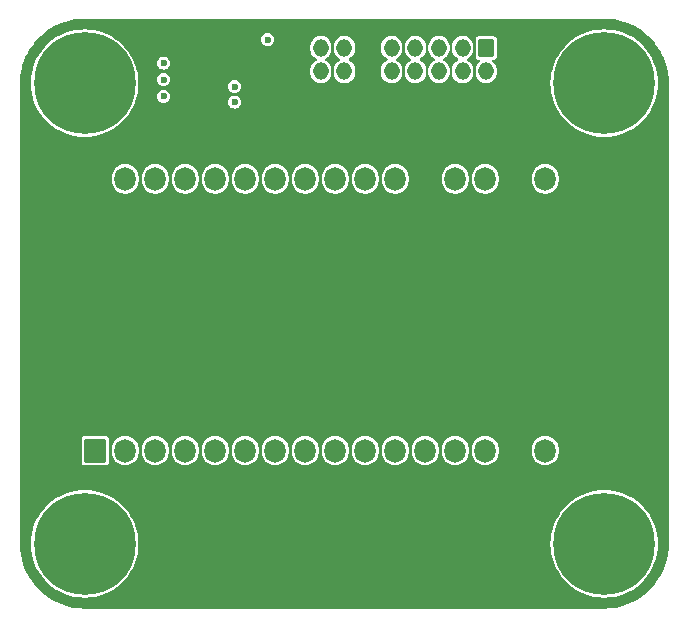
<source format=gbr>
%TF.GenerationSoftware,KiCad,Pcbnew,8.0.4*%
%TF.CreationDate,2024-08-09T00:15:22+02:00*%
%TF.ProjectId,ELE0124CL_control,454c4530-3132-4344-934c-5f636f6e7472,rev?*%
%TF.SameCoordinates,Original*%
%TF.FileFunction,Copper,L2,Inr*%
%TF.FilePolarity,Positive*%
%FSLAX46Y46*%
G04 Gerber Fmt 4.6, Leading zero omitted, Abs format (unit mm)*
G04 Created by KiCad (PCBNEW 8.0.4) date 2024-08-09 00:15:22*
%MOMM*%
%LPD*%
G01*
G04 APERTURE LIST*
G04 Aperture macros list*
%AMRoundRect*
0 Rectangle with rounded corners*
0 $1 Rounding radius*
0 $2 $3 $4 $5 $6 $7 $8 $9 X,Y pos of 4 corners*
0 Add a 4 corners polygon primitive as box body*
4,1,4,$2,$3,$4,$5,$6,$7,$8,$9,$2,$3,0*
0 Add four circle primitives for the rounded corners*
1,1,$1+$1,$2,$3*
1,1,$1+$1,$4,$5*
1,1,$1+$1,$6,$7*
1,1,$1+$1,$8,$9*
0 Add four rect primitives between the rounded corners*
20,1,$1+$1,$2,$3,$4,$5,0*
20,1,$1+$1,$4,$5,$6,$7,0*
20,1,$1+$1,$6,$7,$8,$9,0*
20,1,$1+$1,$8,$9,$2,$3,0*%
G04 Aperture macros list end*
%TA.AperFunction,ComponentPad*%
%ADD10C,1.200000*%
%TD*%
%TA.AperFunction,ComponentPad*%
%ADD11C,8.600000*%
%TD*%
%TA.AperFunction,ComponentPad*%
%ADD12RoundRect,0.043333X-0.606667X0.706667X-0.606667X-0.706667X0.606667X-0.706667X0.606667X0.706667X0*%
%TD*%
%TA.AperFunction,ComponentPad*%
%ADD13O,1.300000X1.500000*%
%TD*%
%TA.AperFunction,ComponentPad*%
%ADD14RoundRect,0.052941X0.847059X-0.947059X0.847059X0.947059X-0.847059X0.947059X-0.847059X-0.947059X0*%
%TD*%
%TA.AperFunction,ComponentPad*%
%ADD15O,1.800000X2.000000*%
%TD*%
%TA.AperFunction,ViaPad*%
%ADD16C,0.600000*%
%TD*%
G04 APERTURE END LIST*
D10*
%TO.N,N/C*%
%TO.C,REF\u002A\u002A*%
X149775000Y-93000000D03*
X150719581Y-90719581D03*
X150719581Y-95280419D03*
X153000000Y-89775000D03*
D11*
X153000000Y-93000000D03*
D10*
X153000000Y-96225000D03*
X155280419Y-90719581D03*
X155280419Y-95280419D03*
X156225000Y-93000000D03*
%TD*%
%TO.N,N/C*%
%TO.C,REF\u002A\u002A*%
X149775000Y-54000000D03*
X150719581Y-51719581D03*
X150719581Y-56280419D03*
X153000000Y-50775000D03*
D11*
X153000000Y-54000000D03*
D10*
X153000000Y-57225000D03*
X155280419Y-51719581D03*
X155280419Y-56280419D03*
X156225000Y-54000000D03*
%TD*%
%TO.N,N/C*%
%TO.C,REF\u002A\u002A*%
X105775000Y-93000000D03*
X106719581Y-90719581D03*
X106719581Y-95280419D03*
X109000000Y-89775000D03*
D11*
X109000000Y-93000000D03*
D10*
X109000000Y-96225000D03*
X111280419Y-90719581D03*
X111280419Y-95280419D03*
X112225000Y-93000000D03*
%TD*%
%TO.N,N/C*%
%TO.C,REF\u002A\u002A*%
X105775000Y-54000000D03*
X106719581Y-51719581D03*
X106719581Y-56280419D03*
X109000000Y-50775000D03*
D11*
X109000000Y-54000000D03*
D10*
X109000000Y-57225000D03*
X111280419Y-51719581D03*
X111280419Y-56280419D03*
X112225000Y-54000000D03*
%TD*%
D12*
%TO.N,/ADC_3*%
%TO.C,J2*%
X143000000Y-51000000D03*
D13*
%TO.N,/ADC_2*%
X143000000Y-53000000D03*
%TO.N,/ADC_1*%
X141000000Y-51000000D03*
%TO.N,/ADC_0*%
X141000000Y-53000000D03*
%TO.N,/ADC_6*%
X139000000Y-51000000D03*
%TO.N,/ADC_5*%
X139000000Y-53000000D03*
%TO.N,/ADC_4*%
X137000000Y-51000000D03*
%TO.N,+3V3*%
X137000000Y-53000000D03*
%TO.N,/RESET*%
X135000000Y-51000000D03*
%TO.N,+5V*%
X135000000Y-53000000D03*
%TO.N,GND*%
X133000000Y-51000000D03*
X133000000Y-53000000D03*
%TO.N,/PWM_H2*%
X131000000Y-51000000D03*
%TO.N,/PWM_L2*%
X131000000Y-53000000D03*
%TO.N,/PWM_L1*%
X129000000Y-51000000D03*
%TO.N,/PWM_H1*%
X129000000Y-53000000D03*
%TD*%
D14*
%TO.N,+3V3*%
%TO.C,J1*%
X109900000Y-85100000D03*
D15*
%TO.N,/RESET_IN*%
X112440000Y-85100000D03*
%TO.N,/ADC_IN_4*%
X114980000Y-85100000D03*
%TO.N,/ADC_IN_5*%
X117520000Y-85100000D03*
%TO.N,/ADC_IN_6*%
X120060000Y-85100000D03*
%TO.N,unconnected-(J1-Pin_6-Pad6)*%
X122600000Y-85100000D03*
%TO.N,/ADC_IN_0*%
X125140000Y-85100000D03*
%TO.N,/ADC_IN_1*%
X127680000Y-85100000D03*
%TO.N,unconnected-(J1-Pin_9-Pad9)*%
X130220000Y-85100000D03*
%TO.N,unconnected-(J1-Pin_10-Pad10)*%
X132760000Y-85100000D03*
%TO.N,unconnected-(J1-Pin_11-Pad11)*%
X135300000Y-85100000D03*
%TO.N,/ADC_IN_2*%
X137840000Y-85100000D03*
%TO.N,/ADC_IN_3*%
X140380000Y-85100000D03*
%TO.N,+5V*%
X142920000Y-85100000D03*
%TO.N,GND*%
X145460000Y-85100000D03*
%TO.N,unconnected-(J1-Pin_16-Pad16)*%
X148000000Y-85100000D03*
%TD*%
D14*
%TO.N,GND*%
%TO.C,J3*%
X109900000Y-62100000D03*
D15*
%TO.N,unconnected-(J3-Pin_2-Pad2)*%
X112440000Y-62100000D03*
%TO.N,unconnected-(J3-Pin_3-Pad3)*%
X114980000Y-62100000D03*
%TO.N,unconnected-(J3-Pin_4-Pad4)*%
X117520000Y-62100000D03*
%TO.N,unconnected-(J3-Pin_5-Pad5)*%
X120060000Y-62100000D03*
%TO.N,unconnected-(J3-Pin_6-Pad6)*%
X122600000Y-62100000D03*
%TO.N,/PWM_IN_L2*%
X125140000Y-62100000D03*
%TO.N,/PWM_IN_H1*%
X127680000Y-62100000D03*
%TO.N,/PWM_IN_L1*%
X130220000Y-62100000D03*
%TO.N,/PWM_IN_H2*%
X132760000Y-62100000D03*
%TO.N,unconnected-(J3-Pin_11-Pad11)*%
X135300000Y-62100000D03*
%TO.N,GND*%
X137840000Y-62100000D03*
%TO.N,unconnected-(J3-Pin_13-Pad13)*%
X140380000Y-62100000D03*
%TO.N,unconnected-(J3-Pin_14-Pad14)*%
X142920000Y-62100000D03*
%TO.N,GND*%
X145460000Y-62100000D03*
%TO.N,unconnected-(J3-Pin_16-Pad16)*%
X148000000Y-62100000D03*
%TD*%
D16*
%TO.N,GND*%
X121700000Y-52700000D03*
X130000000Y-54100000D03*
X127200000Y-51700000D03*
X115700000Y-56500000D03*
X148000000Y-70000000D03*
X122600000Y-82700000D03*
X132800000Y-64400000D03*
X142900000Y-82700000D03*
X117500000Y-82700000D03*
X145400000Y-82700000D03*
X135300000Y-82700000D03*
X125000000Y-82700000D03*
X139000000Y-89000000D03*
X117400000Y-87600000D03*
X115700000Y-50900000D03*
X148000000Y-82700000D03*
X137900000Y-64400000D03*
X116000000Y-89000000D03*
X137800000Y-82700000D03*
X148000000Y-75000000D03*
X119000000Y-92500000D03*
X110000000Y-75000000D03*
X123000000Y-92500000D03*
X130200000Y-82700000D03*
X130200000Y-64400000D03*
X131000000Y-89000000D03*
X148000000Y-64400000D03*
X143000000Y-87700000D03*
X123000000Y-89000000D03*
X140400000Y-64400000D03*
X135300000Y-64400000D03*
X142900000Y-58200000D03*
X146100000Y-89000000D03*
X153000000Y-70000000D03*
X127000000Y-92500000D03*
X137700000Y-58200000D03*
X132800000Y-82700000D03*
X135000000Y-92500000D03*
X115000000Y-70000000D03*
X121700000Y-49100000D03*
X120100000Y-82700000D03*
X140400000Y-60100000D03*
X143000000Y-92500000D03*
X148000000Y-58200000D03*
X110000000Y-70000000D03*
X120000000Y-70000000D03*
X115000000Y-75000000D03*
X153000000Y-75000000D03*
X142900000Y-64400000D03*
X127800000Y-54100000D03*
X131000000Y-92500000D03*
X139000000Y-92500000D03*
X115000000Y-82700000D03*
X135100000Y-58200000D03*
X140400000Y-82700000D03*
%TO.N,+5V*%
X124500000Y-50300000D03*
%TO.N,/PWM_IN_H2*%
X121700000Y-55600000D03*
%TO.N,/PWM_IN_L2*%
X115700000Y-55100000D03*
%TO.N,/PWM_IN_L1*%
X115700000Y-52300000D03*
%TO.N,/PWM_IN_H1*%
X115700000Y-53700000D03*
%TO.N,/RESET_IN*%
X121700000Y-54300000D03*
%TD*%
%TA.AperFunction,Conductor*%
%TO.N,GND*%
G36*
X152924753Y-48525501D02*
G01*
X152930816Y-48525501D01*
X152997963Y-48525501D01*
X153002054Y-48525586D01*
X153447988Y-48544029D01*
X153456126Y-48544703D01*
X153897005Y-48599659D01*
X153897013Y-48599660D01*
X153905082Y-48601006D01*
X154339915Y-48692181D01*
X154347827Y-48694185D01*
X154773633Y-48820953D01*
X154773643Y-48820956D01*
X154781360Y-48823604D01*
X155195293Y-48985121D01*
X155202730Y-48988384D01*
X155601904Y-49183528D01*
X155609092Y-49187419D01*
X155990746Y-49414835D01*
X155997596Y-49419310D01*
X156359176Y-49677473D01*
X156365633Y-49682499D01*
X156704647Y-49969629D01*
X156710667Y-49975170D01*
X157024829Y-50289332D01*
X157030370Y-50295352D01*
X157317500Y-50634366D01*
X157322526Y-50640823D01*
X157580689Y-51002403D01*
X157585164Y-51009253D01*
X157812580Y-51390907D01*
X157816475Y-51398103D01*
X158011610Y-51797258D01*
X158014882Y-51804718D01*
X158176387Y-52218617D01*
X158179043Y-52226356D01*
X158305811Y-52652162D01*
X158307820Y-52660094D01*
X158398992Y-53094916D01*
X158400339Y-53102986D01*
X158455295Y-53543865D01*
X158455970Y-53552020D01*
X158474414Y-53997945D01*
X158474499Y-54002036D01*
X158474499Y-54077158D01*
X158474500Y-54077171D01*
X158474500Y-92924736D01*
X158474499Y-92924754D01*
X158474499Y-92997963D01*
X158474414Y-93002054D01*
X158455970Y-93447979D01*
X158455295Y-93456134D01*
X158400339Y-93897013D01*
X158398992Y-93905083D01*
X158307820Y-94339905D01*
X158305811Y-94347837D01*
X158179043Y-94773643D01*
X158176387Y-94781381D01*
X158014887Y-95195270D01*
X158011606Y-95202750D01*
X157978567Y-95270334D01*
X157816475Y-95601896D01*
X157812580Y-95609092D01*
X157585164Y-95990746D01*
X157580689Y-95997596D01*
X157322526Y-96359176D01*
X157317500Y-96365633D01*
X157030370Y-96704647D01*
X157024829Y-96710667D01*
X156710667Y-97024829D01*
X156704647Y-97030370D01*
X156365633Y-97317500D01*
X156359176Y-97322526D01*
X155997596Y-97580689D01*
X155990746Y-97585164D01*
X155609092Y-97812580D01*
X155601896Y-97816475D01*
X155202753Y-98011605D01*
X155195272Y-98014886D01*
X154781382Y-98176387D01*
X154773643Y-98179043D01*
X154347837Y-98305811D01*
X154339905Y-98307820D01*
X153905083Y-98398992D01*
X153897013Y-98400339D01*
X153456134Y-98455295D01*
X153447979Y-98455970D01*
X153002054Y-98474414D01*
X152997963Y-98474499D01*
X152924753Y-98474499D01*
X152924737Y-98474500D01*
X109002036Y-98474500D01*
X108997945Y-98474415D01*
X108552019Y-98455971D01*
X108543864Y-98455296D01*
X108102985Y-98400340D01*
X108094915Y-98398993D01*
X107660093Y-98307821D01*
X107652160Y-98305812D01*
X107226365Y-98179046D01*
X107218627Y-98176390D01*
X106804729Y-98014888D01*
X106797245Y-98011605D01*
X106398100Y-97816475D01*
X106390906Y-97812581D01*
X106009252Y-97585165D01*
X106002402Y-97580690D01*
X105640823Y-97322527D01*
X105634367Y-97317501D01*
X105295352Y-97030371D01*
X105289331Y-97024830D01*
X104975169Y-96710668D01*
X104969628Y-96704647D01*
X104682498Y-96365632D01*
X104677472Y-96359176D01*
X104419309Y-95997597D01*
X104414834Y-95990747D01*
X104187418Y-95609093D01*
X104183523Y-95601897D01*
X104183523Y-95601896D01*
X103988389Y-95202743D01*
X103985116Y-95195281D01*
X103823609Y-94781372D01*
X103820953Y-94773634D01*
X103782829Y-94645579D01*
X103694182Y-94347822D01*
X103692178Y-94339906D01*
X103678601Y-94275156D01*
X103601005Y-93905083D01*
X103599659Y-93897014D01*
X103592184Y-93837045D01*
X103544702Y-93456127D01*
X103544028Y-93447980D01*
X103542883Y-93420305D01*
X103525585Y-93002054D01*
X103525542Y-92999992D01*
X104444639Y-92999992D01*
X104444639Y-93000007D01*
X104464069Y-93420305D01*
X104464070Y-93420310D01*
X104522203Y-93837047D01*
X104522204Y-93837052D01*
X104618535Y-94246629D01*
X104752249Y-94645579D01*
X104922207Y-95030498D01*
X105126951Y-95398085D01*
X105364736Y-95745209D01*
X105364741Y-95745215D01*
X105633540Y-96068918D01*
X105633543Y-96068921D01*
X105633548Y-96068927D01*
X105931073Y-96366452D01*
X106254782Y-96635257D01*
X106254786Y-96635260D01*
X106254790Y-96635263D01*
X106601914Y-96873048D01*
X106874414Y-97024829D01*
X106969501Y-97077792D01*
X107354414Y-97247748D01*
X107753366Y-97381463D01*
X108162955Y-97477797D01*
X108579684Y-97535929D01*
X108579690Y-97535929D01*
X108579694Y-97535930D01*
X108999992Y-97555361D01*
X109000000Y-97555361D01*
X109000008Y-97555361D01*
X109420305Y-97535930D01*
X109420308Y-97535929D01*
X109420316Y-97535929D01*
X109837045Y-97477797D01*
X110246634Y-97381463D01*
X110645586Y-97247748D01*
X111030499Y-97077792D01*
X111398089Y-96873046D01*
X111745218Y-96635257D01*
X112068927Y-96366452D01*
X112366452Y-96068927D01*
X112635257Y-95745218D01*
X112873046Y-95398089D01*
X113077792Y-95030499D01*
X113247748Y-94645586D01*
X113381463Y-94246634D01*
X113477797Y-93837045D01*
X113535929Y-93420316D01*
X113543516Y-93256225D01*
X113555361Y-93000007D01*
X113555361Y-92999992D01*
X148444639Y-92999992D01*
X148444639Y-93000007D01*
X148464069Y-93420305D01*
X148464070Y-93420310D01*
X148522203Y-93837047D01*
X148522204Y-93837052D01*
X148618535Y-94246629D01*
X148752249Y-94645579D01*
X148922207Y-95030498D01*
X149126951Y-95398085D01*
X149364736Y-95745209D01*
X149364741Y-95745215D01*
X149633540Y-96068918D01*
X149633543Y-96068921D01*
X149633548Y-96068927D01*
X149931073Y-96366452D01*
X150254782Y-96635257D01*
X150254786Y-96635260D01*
X150254790Y-96635263D01*
X150601914Y-96873048D01*
X150874414Y-97024829D01*
X150969501Y-97077792D01*
X151354414Y-97247748D01*
X151753366Y-97381463D01*
X152162955Y-97477797D01*
X152579684Y-97535929D01*
X152579690Y-97535929D01*
X152579694Y-97535930D01*
X152999992Y-97555361D01*
X153000000Y-97555361D01*
X153000008Y-97555361D01*
X153420305Y-97535930D01*
X153420308Y-97535929D01*
X153420316Y-97535929D01*
X153837045Y-97477797D01*
X154246634Y-97381463D01*
X154645586Y-97247748D01*
X155030499Y-97077792D01*
X155398089Y-96873046D01*
X155745218Y-96635257D01*
X156068927Y-96366452D01*
X156366452Y-96068927D01*
X156635257Y-95745218D01*
X156873046Y-95398089D01*
X157077792Y-95030499D01*
X157247748Y-94645586D01*
X157381463Y-94246634D01*
X157477797Y-93837045D01*
X157535929Y-93420316D01*
X157543516Y-93256225D01*
X157555361Y-93000007D01*
X157555361Y-92999992D01*
X157535930Y-92579694D01*
X157535929Y-92579689D01*
X157535929Y-92579684D01*
X157477797Y-92162955D01*
X157381463Y-91753366D01*
X157247748Y-91354414D01*
X157077792Y-90969501D01*
X156873046Y-90601911D01*
X156850279Y-90568676D01*
X156635263Y-90254790D01*
X156635258Y-90254784D01*
X156635257Y-90254782D01*
X156366452Y-89931073D01*
X156068927Y-89633548D01*
X156068921Y-89633543D01*
X156068918Y-89633540D01*
X155901450Y-89494477D01*
X155745218Y-89364743D01*
X155745214Y-89364740D01*
X155745209Y-89364736D01*
X155398085Y-89126951D01*
X155030498Y-88922207D01*
X154645579Y-88752249D01*
X154246629Y-88618535D01*
X153837052Y-88522204D01*
X153837047Y-88522203D01*
X153420310Y-88464070D01*
X153420305Y-88464069D01*
X153000008Y-88444639D01*
X152999992Y-88444639D01*
X152579694Y-88464069D01*
X152579689Y-88464070D01*
X152162952Y-88522203D01*
X152162947Y-88522204D01*
X151753370Y-88618535D01*
X151354420Y-88752249D01*
X150969501Y-88922207D01*
X150601914Y-89126951D01*
X150254790Y-89364736D01*
X150254784Y-89364741D01*
X149931081Y-89633540D01*
X149633540Y-89931081D01*
X149364741Y-90254784D01*
X149364736Y-90254790D01*
X149126951Y-90601914D01*
X148922207Y-90969501D01*
X148752249Y-91354420D01*
X148618535Y-91753370D01*
X148522204Y-92162947D01*
X148522203Y-92162952D01*
X148464070Y-92579689D01*
X148464069Y-92579694D01*
X148444639Y-92999992D01*
X113555361Y-92999992D01*
X113535930Y-92579694D01*
X113535929Y-92579689D01*
X113535929Y-92579684D01*
X113477797Y-92162955D01*
X113381463Y-91753366D01*
X113247748Y-91354414D01*
X113077792Y-90969501D01*
X112873046Y-90601911D01*
X112850279Y-90568676D01*
X112635263Y-90254790D01*
X112635258Y-90254784D01*
X112635257Y-90254782D01*
X112366452Y-89931073D01*
X112068927Y-89633548D01*
X112068921Y-89633543D01*
X112068918Y-89633540D01*
X111901450Y-89494477D01*
X111745218Y-89364743D01*
X111745214Y-89364740D01*
X111745209Y-89364736D01*
X111398085Y-89126951D01*
X111030498Y-88922207D01*
X110645579Y-88752249D01*
X110246629Y-88618535D01*
X109837052Y-88522204D01*
X109837047Y-88522203D01*
X109420310Y-88464070D01*
X109420305Y-88464069D01*
X109000008Y-88444639D01*
X108999992Y-88444639D01*
X108579694Y-88464069D01*
X108579689Y-88464070D01*
X108162952Y-88522203D01*
X108162947Y-88522204D01*
X107753370Y-88618535D01*
X107354420Y-88752249D01*
X106969501Y-88922207D01*
X106601914Y-89126951D01*
X106254790Y-89364736D01*
X106254784Y-89364741D01*
X105931081Y-89633540D01*
X105633540Y-89931081D01*
X105364741Y-90254784D01*
X105364736Y-90254790D01*
X105126951Y-90601914D01*
X104922207Y-90969501D01*
X104752249Y-91354420D01*
X104618535Y-91753370D01*
X104522204Y-92162947D01*
X104522203Y-92162952D01*
X104464070Y-92579689D01*
X104464069Y-92579694D01*
X104444639Y-92999992D01*
X103525542Y-92999992D01*
X103525500Y-92997964D01*
X103525500Y-84107636D01*
X108749500Y-84107636D01*
X108749500Y-86092357D01*
X108749501Y-86092360D01*
X108750112Y-86097632D01*
X108752443Y-86117734D01*
X108778033Y-86175691D01*
X108798267Y-86221515D01*
X108878485Y-86301733D01*
X108982265Y-86347556D01*
X109007639Y-86350500D01*
X110792360Y-86350499D01*
X110817735Y-86347556D01*
X110921515Y-86301733D01*
X111001733Y-86221515D01*
X111047556Y-86117735D01*
X111050500Y-86092361D01*
X111050499Y-84909450D01*
X111289500Y-84909450D01*
X111289500Y-85290549D01*
X111317828Y-85469406D01*
X111317829Y-85469409D01*
X111373789Y-85641639D01*
X111456004Y-85802994D01*
X111562447Y-85949501D01*
X111690499Y-86077553D01*
X111837006Y-86183996D01*
X111998361Y-86266211D01*
X112170591Y-86322171D01*
X112242136Y-86333502D01*
X112349451Y-86350500D01*
X112349454Y-86350500D01*
X112530549Y-86350500D01*
X112619977Y-86336335D01*
X112709409Y-86322171D01*
X112881639Y-86266211D01*
X113042994Y-86183996D01*
X113189501Y-86077553D01*
X113317553Y-85949501D01*
X113423996Y-85802994D01*
X113506211Y-85641639D01*
X113562171Y-85469409D01*
X113590500Y-85290546D01*
X113590500Y-84909454D01*
X113590500Y-84909450D01*
X113829500Y-84909450D01*
X113829500Y-85290549D01*
X113857828Y-85469406D01*
X113857829Y-85469409D01*
X113913789Y-85641639D01*
X113996004Y-85802994D01*
X114102447Y-85949501D01*
X114230499Y-86077553D01*
X114377006Y-86183996D01*
X114538361Y-86266211D01*
X114710591Y-86322171D01*
X114782136Y-86333502D01*
X114889451Y-86350500D01*
X114889454Y-86350500D01*
X115070549Y-86350500D01*
X115159977Y-86336335D01*
X115249409Y-86322171D01*
X115421639Y-86266211D01*
X115582994Y-86183996D01*
X115729501Y-86077553D01*
X115857553Y-85949501D01*
X115963996Y-85802994D01*
X116046211Y-85641639D01*
X116102171Y-85469409D01*
X116130500Y-85290546D01*
X116130500Y-84909454D01*
X116130500Y-84909450D01*
X116369500Y-84909450D01*
X116369500Y-85290549D01*
X116397828Y-85469406D01*
X116397829Y-85469409D01*
X116453789Y-85641639D01*
X116536004Y-85802994D01*
X116642447Y-85949501D01*
X116770499Y-86077553D01*
X116917006Y-86183996D01*
X117078361Y-86266211D01*
X117250591Y-86322171D01*
X117322136Y-86333502D01*
X117429451Y-86350500D01*
X117429454Y-86350500D01*
X117610549Y-86350500D01*
X117699977Y-86336335D01*
X117789409Y-86322171D01*
X117961639Y-86266211D01*
X118122994Y-86183996D01*
X118269501Y-86077553D01*
X118397553Y-85949501D01*
X118503996Y-85802994D01*
X118586211Y-85641639D01*
X118642171Y-85469409D01*
X118670500Y-85290546D01*
X118670500Y-84909454D01*
X118670500Y-84909450D01*
X118909500Y-84909450D01*
X118909500Y-85290549D01*
X118937828Y-85469406D01*
X118937829Y-85469409D01*
X118993789Y-85641639D01*
X119076004Y-85802994D01*
X119182447Y-85949501D01*
X119310499Y-86077553D01*
X119457006Y-86183996D01*
X119618361Y-86266211D01*
X119790591Y-86322171D01*
X119862136Y-86333502D01*
X119969451Y-86350500D01*
X119969454Y-86350500D01*
X120150549Y-86350500D01*
X120239977Y-86336335D01*
X120329409Y-86322171D01*
X120501639Y-86266211D01*
X120662994Y-86183996D01*
X120809501Y-86077553D01*
X120937553Y-85949501D01*
X121043996Y-85802994D01*
X121126211Y-85641639D01*
X121182171Y-85469409D01*
X121210500Y-85290546D01*
X121210500Y-84909454D01*
X121210500Y-84909450D01*
X121449500Y-84909450D01*
X121449500Y-85290549D01*
X121477828Y-85469406D01*
X121477829Y-85469409D01*
X121533789Y-85641639D01*
X121616004Y-85802994D01*
X121722447Y-85949501D01*
X121850499Y-86077553D01*
X121997006Y-86183996D01*
X122158361Y-86266211D01*
X122330591Y-86322171D01*
X122402136Y-86333502D01*
X122509451Y-86350500D01*
X122509454Y-86350500D01*
X122690549Y-86350500D01*
X122779977Y-86336335D01*
X122869409Y-86322171D01*
X123041639Y-86266211D01*
X123202994Y-86183996D01*
X123349501Y-86077553D01*
X123477553Y-85949501D01*
X123583996Y-85802994D01*
X123666211Y-85641639D01*
X123722171Y-85469409D01*
X123750500Y-85290546D01*
X123750500Y-84909454D01*
X123750500Y-84909450D01*
X123989500Y-84909450D01*
X123989500Y-85290549D01*
X124017828Y-85469406D01*
X124017829Y-85469409D01*
X124073789Y-85641639D01*
X124156004Y-85802994D01*
X124262447Y-85949501D01*
X124390499Y-86077553D01*
X124537006Y-86183996D01*
X124698361Y-86266211D01*
X124870591Y-86322171D01*
X124942136Y-86333502D01*
X125049451Y-86350500D01*
X125049454Y-86350500D01*
X125230549Y-86350500D01*
X125319977Y-86336335D01*
X125409409Y-86322171D01*
X125581639Y-86266211D01*
X125742994Y-86183996D01*
X125889501Y-86077553D01*
X126017553Y-85949501D01*
X126123996Y-85802994D01*
X126206211Y-85641639D01*
X126262171Y-85469409D01*
X126290500Y-85290546D01*
X126290500Y-84909454D01*
X126290500Y-84909450D01*
X126529500Y-84909450D01*
X126529500Y-85290549D01*
X126557828Y-85469406D01*
X126557829Y-85469409D01*
X126613789Y-85641639D01*
X126696004Y-85802994D01*
X126802447Y-85949501D01*
X126930499Y-86077553D01*
X127077006Y-86183996D01*
X127238361Y-86266211D01*
X127410591Y-86322171D01*
X127482136Y-86333502D01*
X127589451Y-86350500D01*
X127589454Y-86350500D01*
X127770549Y-86350500D01*
X127859977Y-86336335D01*
X127949409Y-86322171D01*
X128121639Y-86266211D01*
X128282994Y-86183996D01*
X128429501Y-86077553D01*
X128557553Y-85949501D01*
X128663996Y-85802994D01*
X128746211Y-85641639D01*
X128802171Y-85469409D01*
X128830500Y-85290546D01*
X128830500Y-84909454D01*
X128830500Y-84909450D01*
X129069500Y-84909450D01*
X129069500Y-85290549D01*
X129097828Y-85469406D01*
X129097829Y-85469409D01*
X129153789Y-85641639D01*
X129236004Y-85802994D01*
X129342447Y-85949501D01*
X129470499Y-86077553D01*
X129617006Y-86183996D01*
X129778361Y-86266211D01*
X129950591Y-86322171D01*
X130022136Y-86333502D01*
X130129451Y-86350500D01*
X130129454Y-86350500D01*
X130310549Y-86350500D01*
X130399977Y-86336335D01*
X130489409Y-86322171D01*
X130661639Y-86266211D01*
X130822994Y-86183996D01*
X130969501Y-86077553D01*
X131097553Y-85949501D01*
X131203996Y-85802994D01*
X131286211Y-85641639D01*
X131342171Y-85469409D01*
X131370500Y-85290546D01*
X131370500Y-84909454D01*
X131370500Y-84909450D01*
X131609500Y-84909450D01*
X131609500Y-85290549D01*
X131637828Y-85469406D01*
X131637829Y-85469409D01*
X131693789Y-85641639D01*
X131776004Y-85802994D01*
X131882447Y-85949501D01*
X132010499Y-86077553D01*
X132157006Y-86183996D01*
X132318361Y-86266211D01*
X132490591Y-86322171D01*
X132562136Y-86333502D01*
X132669451Y-86350500D01*
X132669454Y-86350500D01*
X132850549Y-86350500D01*
X132939977Y-86336335D01*
X133029409Y-86322171D01*
X133201639Y-86266211D01*
X133362994Y-86183996D01*
X133509501Y-86077553D01*
X133637553Y-85949501D01*
X133743996Y-85802994D01*
X133826211Y-85641639D01*
X133882171Y-85469409D01*
X133910500Y-85290546D01*
X133910500Y-84909454D01*
X133910500Y-84909450D01*
X134149500Y-84909450D01*
X134149500Y-85290549D01*
X134177828Y-85469406D01*
X134177829Y-85469409D01*
X134233789Y-85641639D01*
X134316004Y-85802994D01*
X134422447Y-85949501D01*
X134550499Y-86077553D01*
X134697006Y-86183996D01*
X134858361Y-86266211D01*
X135030591Y-86322171D01*
X135102136Y-86333502D01*
X135209451Y-86350500D01*
X135209454Y-86350500D01*
X135390549Y-86350500D01*
X135479977Y-86336335D01*
X135569409Y-86322171D01*
X135741639Y-86266211D01*
X135902994Y-86183996D01*
X136049501Y-86077553D01*
X136177553Y-85949501D01*
X136283996Y-85802994D01*
X136366211Y-85641639D01*
X136422171Y-85469409D01*
X136450500Y-85290546D01*
X136450500Y-84909454D01*
X136450500Y-84909450D01*
X136689500Y-84909450D01*
X136689500Y-85290549D01*
X136717828Y-85469406D01*
X136717829Y-85469409D01*
X136773789Y-85641639D01*
X136856004Y-85802994D01*
X136962447Y-85949501D01*
X137090499Y-86077553D01*
X137237006Y-86183996D01*
X137398361Y-86266211D01*
X137570591Y-86322171D01*
X137642136Y-86333502D01*
X137749451Y-86350500D01*
X137749454Y-86350500D01*
X137930549Y-86350500D01*
X138019977Y-86336335D01*
X138109409Y-86322171D01*
X138281639Y-86266211D01*
X138442994Y-86183996D01*
X138589501Y-86077553D01*
X138717553Y-85949501D01*
X138823996Y-85802994D01*
X138906211Y-85641639D01*
X138962171Y-85469409D01*
X138990500Y-85290546D01*
X138990500Y-84909454D01*
X138990500Y-84909450D01*
X139229500Y-84909450D01*
X139229500Y-85290549D01*
X139257828Y-85469406D01*
X139257829Y-85469409D01*
X139313789Y-85641639D01*
X139396004Y-85802994D01*
X139502447Y-85949501D01*
X139630499Y-86077553D01*
X139777006Y-86183996D01*
X139938361Y-86266211D01*
X140110591Y-86322171D01*
X140182136Y-86333502D01*
X140289451Y-86350500D01*
X140289454Y-86350500D01*
X140470549Y-86350500D01*
X140559977Y-86336335D01*
X140649409Y-86322171D01*
X140821639Y-86266211D01*
X140982994Y-86183996D01*
X141129501Y-86077553D01*
X141257553Y-85949501D01*
X141363996Y-85802994D01*
X141446211Y-85641639D01*
X141502171Y-85469409D01*
X141530500Y-85290546D01*
X141530500Y-84909454D01*
X141530500Y-84909450D01*
X141769500Y-84909450D01*
X141769500Y-85290549D01*
X141797828Y-85469406D01*
X141797829Y-85469409D01*
X141853789Y-85641639D01*
X141936004Y-85802994D01*
X142042447Y-85949501D01*
X142170499Y-86077553D01*
X142317006Y-86183996D01*
X142478361Y-86266211D01*
X142650591Y-86322171D01*
X142722136Y-86333502D01*
X142829451Y-86350500D01*
X142829454Y-86350500D01*
X143010549Y-86350500D01*
X143099977Y-86336335D01*
X143189409Y-86322171D01*
X143361639Y-86266211D01*
X143522994Y-86183996D01*
X143669501Y-86077553D01*
X143797553Y-85949501D01*
X143903996Y-85802994D01*
X143986211Y-85641639D01*
X144042171Y-85469409D01*
X144070500Y-85290546D01*
X144070500Y-84909454D01*
X144070500Y-84909450D01*
X146849500Y-84909450D01*
X146849500Y-85290549D01*
X146877828Y-85469406D01*
X146877829Y-85469409D01*
X146933789Y-85641639D01*
X147016004Y-85802994D01*
X147122447Y-85949501D01*
X147250499Y-86077553D01*
X147397006Y-86183996D01*
X147558361Y-86266211D01*
X147730591Y-86322171D01*
X147802136Y-86333502D01*
X147909451Y-86350500D01*
X147909454Y-86350500D01*
X148090549Y-86350500D01*
X148179977Y-86336335D01*
X148269409Y-86322171D01*
X148441639Y-86266211D01*
X148602994Y-86183996D01*
X148749501Y-86077553D01*
X148877553Y-85949501D01*
X148983996Y-85802994D01*
X149066211Y-85641639D01*
X149122171Y-85469409D01*
X149150500Y-85290546D01*
X149150500Y-84909454D01*
X149150500Y-84909450D01*
X149122171Y-84730593D01*
X149122171Y-84730591D01*
X149066211Y-84558361D01*
X148983996Y-84397006D01*
X148877553Y-84250499D01*
X148749501Y-84122447D01*
X148602994Y-84016004D01*
X148602993Y-84016003D01*
X148602991Y-84016002D01*
X148441637Y-83933788D01*
X148269406Y-83877828D01*
X148090549Y-83849500D01*
X148090546Y-83849500D01*
X147909454Y-83849500D01*
X147909451Y-83849500D01*
X147730593Y-83877828D01*
X147558362Y-83933788D01*
X147397008Y-84016002D01*
X147323752Y-84069225D01*
X147250499Y-84122447D01*
X147122447Y-84250499D01*
X147069225Y-84323752D01*
X147016002Y-84397008D01*
X146933788Y-84558362D01*
X146877828Y-84730593D01*
X146849500Y-84909450D01*
X144070500Y-84909450D01*
X144042171Y-84730593D01*
X144042171Y-84730591D01*
X143986211Y-84558361D01*
X143903996Y-84397006D01*
X143797553Y-84250499D01*
X143669501Y-84122447D01*
X143522994Y-84016004D01*
X143522993Y-84016003D01*
X143522991Y-84016002D01*
X143361637Y-83933788D01*
X143189406Y-83877828D01*
X143010549Y-83849500D01*
X143010546Y-83849500D01*
X142829454Y-83849500D01*
X142829451Y-83849500D01*
X142650593Y-83877828D01*
X142478362Y-83933788D01*
X142317008Y-84016002D01*
X142243752Y-84069225D01*
X142170499Y-84122447D01*
X142042447Y-84250499D01*
X141989225Y-84323752D01*
X141936002Y-84397008D01*
X141853788Y-84558362D01*
X141797828Y-84730593D01*
X141769500Y-84909450D01*
X141530500Y-84909450D01*
X141502171Y-84730593D01*
X141502171Y-84730591D01*
X141446211Y-84558361D01*
X141363996Y-84397006D01*
X141257553Y-84250499D01*
X141129501Y-84122447D01*
X140982994Y-84016004D01*
X140982993Y-84016003D01*
X140982991Y-84016002D01*
X140821637Y-83933788D01*
X140649406Y-83877828D01*
X140470549Y-83849500D01*
X140470546Y-83849500D01*
X140289454Y-83849500D01*
X140289451Y-83849500D01*
X140110593Y-83877828D01*
X139938362Y-83933788D01*
X139777008Y-84016002D01*
X139703752Y-84069225D01*
X139630499Y-84122447D01*
X139502447Y-84250499D01*
X139449225Y-84323752D01*
X139396002Y-84397008D01*
X139313788Y-84558362D01*
X139257828Y-84730593D01*
X139229500Y-84909450D01*
X138990500Y-84909450D01*
X138962171Y-84730593D01*
X138962171Y-84730591D01*
X138906211Y-84558361D01*
X138823996Y-84397006D01*
X138717553Y-84250499D01*
X138589501Y-84122447D01*
X138442994Y-84016004D01*
X138442993Y-84016003D01*
X138442991Y-84016002D01*
X138281637Y-83933788D01*
X138109406Y-83877828D01*
X137930549Y-83849500D01*
X137930546Y-83849500D01*
X137749454Y-83849500D01*
X137749451Y-83849500D01*
X137570593Y-83877828D01*
X137398362Y-83933788D01*
X137237008Y-84016002D01*
X137163752Y-84069225D01*
X137090499Y-84122447D01*
X136962447Y-84250499D01*
X136909225Y-84323752D01*
X136856002Y-84397008D01*
X136773788Y-84558362D01*
X136717828Y-84730593D01*
X136689500Y-84909450D01*
X136450500Y-84909450D01*
X136422171Y-84730593D01*
X136422171Y-84730591D01*
X136366211Y-84558361D01*
X136283996Y-84397006D01*
X136177553Y-84250499D01*
X136049501Y-84122447D01*
X135902994Y-84016004D01*
X135902993Y-84016003D01*
X135902991Y-84016002D01*
X135741637Y-83933788D01*
X135569406Y-83877828D01*
X135390549Y-83849500D01*
X135390546Y-83849500D01*
X135209454Y-83849500D01*
X135209451Y-83849500D01*
X135030593Y-83877828D01*
X134858362Y-83933788D01*
X134697008Y-84016002D01*
X134623752Y-84069225D01*
X134550499Y-84122447D01*
X134422447Y-84250499D01*
X134369225Y-84323752D01*
X134316002Y-84397008D01*
X134233788Y-84558362D01*
X134177828Y-84730593D01*
X134149500Y-84909450D01*
X133910500Y-84909450D01*
X133882171Y-84730593D01*
X133882171Y-84730591D01*
X133826211Y-84558361D01*
X133743996Y-84397006D01*
X133637553Y-84250499D01*
X133509501Y-84122447D01*
X133362994Y-84016004D01*
X133362993Y-84016003D01*
X133362991Y-84016002D01*
X133201637Y-83933788D01*
X133029406Y-83877828D01*
X132850549Y-83849500D01*
X132850546Y-83849500D01*
X132669454Y-83849500D01*
X132669451Y-83849500D01*
X132490593Y-83877828D01*
X132318362Y-83933788D01*
X132157008Y-84016002D01*
X132083752Y-84069225D01*
X132010499Y-84122447D01*
X131882447Y-84250499D01*
X131829225Y-84323752D01*
X131776002Y-84397008D01*
X131693788Y-84558362D01*
X131637828Y-84730593D01*
X131609500Y-84909450D01*
X131370500Y-84909450D01*
X131342171Y-84730593D01*
X131342171Y-84730591D01*
X131286211Y-84558361D01*
X131203996Y-84397006D01*
X131097553Y-84250499D01*
X130969501Y-84122447D01*
X130822994Y-84016004D01*
X130822993Y-84016003D01*
X130822991Y-84016002D01*
X130661637Y-83933788D01*
X130489406Y-83877828D01*
X130310549Y-83849500D01*
X130310546Y-83849500D01*
X130129454Y-83849500D01*
X130129451Y-83849500D01*
X129950593Y-83877828D01*
X129778362Y-83933788D01*
X129617008Y-84016002D01*
X129543752Y-84069225D01*
X129470499Y-84122447D01*
X129342447Y-84250499D01*
X129289225Y-84323752D01*
X129236002Y-84397008D01*
X129153788Y-84558362D01*
X129097828Y-84730593D01*
X129069500Y-84909450D01*
X128830500Y-84909450D01*
X128802171Y-84730593D01*
X128802171Y-84730591D01*
X128746211Y-84558361D01*
X128663996Y-84397006D01*
X128557553Y-84250499D01*
X128429501Y-84122447D01*
X128282994Y-84016004D01*
X128282993Y-84016003D01*
X128282991Y-84016002D01*
X128121637Y-83933788D01*
X127949406Y-83877828D01*
X127770549Y-83849500D01*
X127770546Y-83849500D01*
X127589454Y-83849500D01*
X127589451Y-83849500D01*
X127410593Y-83877828D01*
X127238362Y-83933788D01*
X127077008Y-84016002D01*
X127003752Y-84069225D01*
X126930499Y-84122447D01*
X126802447Y-84250499D01*
X126749225Y-84323752D01*
X126696002Y-84397008D01*
X126613788Y-84558362D01*
X126557828Y-84730593D01*
X126529500Y-84909450D01*
X126290500Y-84909450D01*
X126262171Y-84730593D01*
X126262171Y-84730591D01*
X126206211Y-84558361D01*
X126123996Y-84397006D01*
X126017553Y-84250499D01*
X125889501Y-84122447D01*
X125742994Y-84016004D01*
X125742993Y-84016003D01*
X125742991Y-84016002D01*
X125581637Y-83933788D01*
X125409406Y-83877828D01*
X125230549Y-83849500D01*
X125230546Y-83849500D01*
X125049454Y-83849500D01*
X125049451Y-83849500D01*
X124870593Y-83877828D01*
X124698362Y-83933788D01*
X124537008Y-84016002D01*
X124463752Y-84069225D01*
X124390499Y-84122447D01*
X124262447Y-84250499D01*
X124209225Y-84323752D01*
X124156002Y-84397008D01*
X124073788Y-84558362D01*
X124017828Y-84730593D01*
X123989500Y-84909450D01*
X123750500Y-84909450D01*
X123722171Y-84730593D01*
X123722171Y-84730591D01*
X123666211Y-84558361D01*
X123583996Y-84397006D01*
X123477553Y-84250499D01*
X123349501Y-84122447D01*
X123202994Y-84016004D01*
X123202993Y-84016003D01*
X123202991Y-84016002D01*
X123041637Y-83933788D01*
X122869406Y-83877828D01*
X122690549Y-83849500D01*
X122690546Y-83849500D01*
X122509454Y-83849500D01*
X122509451Y-83849500D01*
X122330593Y-83877828D01*
X122158362Y-83933788D01*
X121997008Y-84016002D01*
X121923752Y-84069225D01*
X121850499Y-84122447D01*
X121722447Y-84250499D01*
X121669225Y-84323752D01*
X121616002Y-84397008D01*
X121533788Y-84558362D01*
X121477828Y-84730593D01*
X121449500Y-84909450D01*
X121210500Y-84909450D01*
X121182171Y-84730593D01*
X121182171Y-84730591D01*
X121126211Y-84558361D01*
X121043996Y-84397006D01*
X120937553Y-84250499D01*
X120809501Y-84122447D01*
X120662994Y-84016004D01*
X120662993Y-84016003D01*
X120662991Y-84016002D01*
X120501637Y-83933788D01*
X120329406Y-83877828D01*
X120150549Y-83849500D01*
X120150546Y-83849500D01*
X119969454Y-83849500D01*
X119969451Y-83849500D01*
X119790593Y-83877828D01*
X119618362Y-83933788D01*
X119457008Y-84016002D01*
X119383752Y-84069225D01*
X119310499Y-84122447D01*
X119182447Y-84250499D01*
X119129225Y-84323752D01*
X119076002Y-84397008D01*
X118993788Y-84558362D01*
X118937828Y-84730593D01*
X118909500Y-84909450D01*
X118670500Y-84909450D01*
X118642171Y-84730593D01*
X118642171Y-84730591D01*
X118586211Y-84558361D01*
X118503996Y-84397006D01*
X118397553Y-84250499D01*
X118269501Y-84122447D01*
X118122994Y-84016004D01*
X118122993Y-84016003D01*
X118122991Y-84016002D01*
X117961637Y-83933788D01*
X117789406Y-83877828D01*
X117610549Y-83849500D01*
X117610546Y-83849500D01*
X117429454Y-83849500D01*
X117429451Y-83849500D01*
X117250593Y-83877828D01*
X117078362Y-83933788D01*
X116917008Y-84016002D01*
X116843752Y-84069225D01*
X116770499Y-84122447D01*
X116642447Y-84250499D01*
X116589225Y-84323752D01*
X116536002Y-84397008D01*
X116453788Y-84558362D01*
X116397828Y-84730593D01*
X116369500Y-84909450D01*
X116130500Y-84909450D01*
X116102171Y-84730593D01*
X116102171Y-84730591D01*
X116046211Y-84558361D01*
X115963996Y-84397006D01*
X115857553Y-84250499D01*
X115729501Y-84122447D01*
X115582994Y-84016004D01*
X115582993Y-84016003D01*
X115582991Y-84016002D01*
X115421637Y-83933788D01*
X115249406Y-83877828D01*
X115070549Y-83849500D01*
X115070546Y-83849500D01*
X114889454Y-83849500D01*
X114889451Y-83849500D01*
X114710593Y-83877828D01*
X114538362Y-83933788D01*
X114377008Y-84016002D01*
X114303752Y-84069225D01*
X114230499Y-84122447D01*
X114102447Y-84250499D01*
X114049225Y-84323752D01*
X113996002Y-84397008D01*
X113913788Y-84558362D01*
X113857828Y-84730593D01*
X113829500Y-84909450D01*
X113590500Y-84909450D01*
X113562171Y-84730593D01*
X113562171Y-84730591D01*
X113506211Y-84558361D01*
X113423996Y-84397006D01*
X113317553Y-84250499D01*
X113189501Y-84122447D01*
X113042994Y-84016004D01*
X113042993Y-84016003D01*
X113042991Y-84016002D01*
X112881637Y-83933788D01*
X112709406Y-83877828D01*
X112530549Y-83849500D01*
X112530546Y-83849500D01*
X112349454Y-83849500D01*
X112349451Y-83849500D01*
X112170593Y-83877828D01*
X111998362Y-83933788D01*
X111837008Y-84016002D01*
X111763752Y-84069225D01*
X111690499Y-84122447D01*
X111562447Y-84250499D01*
X111509225Y-84323752D01*
X111456002Y-84397008D01*
X111373788Y-84558362D01*
X111317828Y-84730593D01*
X111289500Y-84909450D01*
X111050499Y-84909450D01*
X111050499Y-84107640D01*
X111047556Y-84082265D01*
X111001733Y-83978485D01*
X110921515Y-83898267D01*
X110817735Y-83852444D01*
X110817734Y-83852443D01*
X110817732Y-83852443D01*
X110792363Y-83849500D01*
X109007642Y-83849500D01*
X109007641Y-83849500D01*
X109007640Y-83849501D01*
X109005003Y-83849806D01*
X108982265Y-83852443D01*
X108878485Y-83898267D01*
X108798267Y-83978485D01*
X108752443Y-84082267D01*
X108749500Y-84107636D01*
X103525500Y-84107636D01*
X103525500Y-61909450D01*
X111289500Y-61909450D01*
X111289500Y-62290549D01*
X111317828Y-62469406D01*
X111317829Y-62469409D01*
X111373789Y-62641639D01*
X111456004Y-62802994D01*
X111562447Y-62949501D01*
X111690499Y-63077553D01*
X111837006Y-63183996D01*
X111998361Y-63266211D01*
X112170591Y-63322171D01*
X112242136Y-63333502D01*
X112349451Y-63350500D01*
X112349454Y-63350500D01*
X112530549Y-63350500D01*
X112619977Y-63336335D01*
X112709409Y-63322171D01*
X112881639Y-63266211D01*
X113042994Y-63183996D01*
X113189501Y-63077553D01*
X113317553Y-62949501D01*
X113423996Y-62802994D01*
X113506211Y-62641639D01*
X113562171Y-62469409D01*
X113590500Y-62290546D01*
X113590500Y-61909454D01*
X113590500Y-61909450D01*
X113829500Y-61909450D01*
X113829500Y-62290549D01*
X113857828Y-62469406D01*
X113857829Y-62469409D01*
X113913789Y-62641639D01*
X113996004Y-62802994D01*
X114102447Y-62949501D01*
X114230499Y-63077553D01*
X114377006Y-63183996D01*
X114538361Y-63266211D01*
X114710591Y-63322171D01*
X114782136Y-63333502D01*
X114889451Y-63350500D01*
X114889454Y-63350500D01*
X115070549Y-63350500D01*
X115159977Y-63336335D01*
X115249409Y-63322171D01*
X115421639Y-63266211D01*
X115582994Y-63183996D01*
X115729501Y-63077553D01*
X115857553Y-62949501D01*
X115963996Y-62802994D01*
X116046211Y-62641639D01*
X116102171Y-62469409D01*
X116130500Y-62290546D01*
X116130500Y-61909454D01*
X116130500Y-61909450D01*
X116369500Y-61909450D01*
X116369500Y-62290549D01*
X116397828Y-62469406D01*
X116397829Y-62469409D01*
X116453789Y-62641639D01*
X116536004Y-62802994D01*
X116642447Y-62949501D01*
X116770499Y-63077553D01*
X116917006Y-63183996D01*
X117078361Y-63266211D01*
X117250591Y-63322171D01*
X117322136Y-63333502D01*
X117429451Y-63350500D01*
X117429454Y-63350500D01*
X117610549Y-63350500D01*
X117699977Y-63336335D01*
X117789409Y-63322171D01*
X117961639Y-63266211D01*
X118122994Y-63183996D01*
X118269501Y-63077553D01*
X118397553Y-62949501D01*
X118503996Y-62802994D01*
X118586211Y-62641639D01*
X118642171Y-62469409D01*
X118670500Y-62290546D01*
X118670500Y-61909454D01*
X118670500Y-61909450D01*
X118909500Y-61909450D01*
X118909500Y-62290549D01*
X118937828Y-62469406D01*
X118937829Y-62469409D01*
X118993789Y-62641639D01*
X119076004Y-62802994D01*
X119182447Y-62949501D01*
X119310499Y-63077553D01*
X119457006Y-63183996D01*
X119618361Y-63266211D01*
X119790591Y-63322171D01*
X119862136Y-63333502D01*
X119969451Y-63350500D01*
X119969454Y-63350500D01*
X120150549Y-63350500D01*
X120239977Y-63336335D01*
X120329409Y-63322171D01*
X120501639Y-63266211D01*
X120662994Y-63183996D01*
X120809501Y-63077553D01*
X120937553Y-62949501D01*
X121043996Y-62802994D01*
X121126211Y-62641639D01*
X121182171Y-62469409D01*
X121210500Y-62290546D01*
X121210500Y-61909454D01*
X121210500Y-61909450D01*
X121449500Y-61909450D01*
X121449500Y-62290549D01*
X121477828Y-62469406D01*
X121477829Y-62469409D01*
X121533789Y-62641639D01*
X121616004Y-62802994D01*
X121722447Y-62949501D01*
X121850499Y-63077553D01*
X121997006Y-63183996D01*
X122158361Y-63266211D01*
X122330591Y-63322171D01*
X122402136Y-63333502D01*
X122509451Y-63350500D01*
X122509454Y-63350500D01*
X122690549Y-63350500D01*
X122779977Y-63336335D01*
X122869409Y-63322171D01*
X123041639Y-63266211D01*
X123202994Y-63183996D01*
X123349501Y-63077553D01*
X123477553Y-62949501D01*
X123583996Y-62802994D01*
X123666211Y-62641639D01*
X123722171Y-62469409D01*
X123750500Y-62290546D01*
X123750500Y-61909454D01*
X123750500Y-61909450D01*
X123989500Y-61909450D01*
X123989500Y-62290549D01*
X124017828Y-62469406D01*
X124017829Y-62469409D01*
X124073789Y-62641639D01*
X124156004Y-62802994D01*
X124262447Y-62949501D01*
X124390499Y-63077553D01*
X124537006Y-63183996D01*
X124698361Y-63266211D01*
X124870591Y-63322171D01*
X124942136Y-63333502D01*
X125049451Y-63350500D01*
X125049454Y-63350500D01*
X125230549Y-63350500D01*
X125319977Y-63336335D01*
X125409409Y-63322171D01*
X125581639Y-63266211D01*
X125742994Y-63183996D01*
X125889501Y-63077553D01*
X126017553Y-62949501D01*
X126123996Y-62802994D01*
X126206211Y-62641639D01*
X126262171Y-62469409D01*
X126290500Y-62290546D01*
X126290500Y-61909454D01*
X126290500Y-61909450D01*
X126529500Y-61909450D01*
X126529500Y-62290549D01*
X126557828Y-62469406D01*
X126557829Y-62469409D01*
X126613789Y-62641639D01*
X126696004Y-62802994D01*
X126802447Y-62949501D01*
X126930499Y-63077553D01*
X127077006Y-63183996D01*
X127238361Y-63266211D01*
X127410591Y-63322171D01*
X127482136Y-63333502D01*
X127589451Y-63350500D01*
X127589454Y-63350500D01*
X127770549Y-63350500D01*
X127859977Y-63336335D01*
X127949409Y-63322171D01*
X128121639Y-63266211D01*
X128282994Y-63183996D01*
X128429501Y-63077553D01*
X128557553Y-62949501D01*
X128663996Y-62802994D01*
X128746211Y-62641639D01*
X128802171Y-62469409D01*
X128830500Y-62290546D01*
X128830500Y-61909454D01*
X128830500Y-61909450D01*
X129069500Y-61909450D01*
X129069500Y-62290549D01*
X129097828Y-62469406D01*
X129097829Y-62469409D01*
X129153789Y-62641639D01*
X129236004Y-62802994D01*
X129342447Y-62949501D01*
X129470499Y-63077553D01*
X129617006Y-63183996D01*
X129778361Y-63266211D01*
X129950591Y-63322171D01*
X130022136Y-63333502D01*
X130129451Y-63350500D01*
X130129454Y-63350500D01*
X130310549Y-63350500D01*
X130399977Y-63336335D01*
X130489409Y-63322171D01*
X130661639Y-63266211D01*
X130822994Y-63183996D01*
X130969501Y-63077553D01*
X131097553Y-62949501D01*
X131203996Y-62802994D01*
X131286211Y-62641639D01*
X131342171Y-62469409D01*
X131370500Y-62290546D01*
X131370500Y-61909454D01*
X131370500Y-61909450D01*
X131609500Y-61909450D01*
X131609500Y-62290549D01*
X131637828Y-62469406D01*
X131637829Y-62469409D01*
X131693789Y-62641639D01*
X131776004Y-62802994D01*
X131882447Y-62949501D01*
X132010499Y-63077553D01*
X132157006Y-63183996D01*
X132318361Y-63266211D01*
X132490591Y-63322171D01*
X132562136Y-63333502D01*
X132669451Y-63350500D01*
X132669454Y-63350500D01*
X132850549Y-63350500D01*
X132939977Y-63336335D01*
X133029409Y-63322171D01*
X133201639Y-63266211D01*
X133362994Y-63183996D01*
X133509501Y-63077553D01*
X133637553Y-62949501D01*
X133743996Y-62802994D01*
X133826211Y-62641639D01*
X133882171Y-62469409D01*
X133910500Y-62290546D01*
X133910500Y-61909454D01*
X133910500Y-61909450D01*
X134149500Y-61909450D01*
X134149500Y-62290549D01*
X134177828Y-62469406D01*
X134177829Y-62469409D01*
X134233789Y-62641639D01*
X134316004Y-62802994D01*
X134422447Y-62949501D01*
X134550499Y-63077553D01*
X134697006Y-63183996D01*
X134858361Y-63266211D01*
X135030591Y-63322171D01*
X135102136Y-63333502D01*
X135209451Y-63350500D01*
X135209454Y-63350500D01*
X135390549Y-63350500D01*
X135479977Y-63336335D01*
X135569409Y-63322171D01*
X135741639Y-63266211D01*
X135902994Y-63183996D01*
X136049501Y-63077553D01*
X136177553Y-62949501D01*
X136283996Y-62802994D01*
X136366211Y-62641639D01*
X136422171Y-62469409D01*
X136450500Y-62290546D01*
X136450500Y-61909454D01*
X136450500Y-61909450D01*
X139229500Y-61909450D01*
X139229500Y-62290549D01*
X139257828Y-62469406D01*
X139257829Y-62469409D01*
X139313789Y-62641639D01*
X139396004Y-62802994D01*
X139502447Y-62949501D01*
X139630499Y-63077553D01*
X139777006Y-63183996D01*
X139938361Y-63266211D01*
X140110591Y-63322171D01*
X140182136Y-63333502D01*
X140289451Y-63350500D01*
X140289454Y-63350500D01*
X140470549Y-63350500D01*
X140559977Y-63336335D01*
X140649409Y-63322171D01*
X140821639Y-63266211D01*
X140982994Y-63183996D01*
X141129501Y-63077553D01*
X141257553Y-62949501D01*
X141363996Y-62802994D01*
X141446211Y-62641639D01*
X141502171Y-62469409D01*
X141530500Y-62290546D01*
X141530500Y-61909454D01*
X141530500Y-61909450D01*
X141769500Y-61909450D01*
X141769500Y-62290549D01*
X141797828Y-62469406D01*
X141797829Y-62469409D01*
X141853789Y-62641639D01*
X141936004Y-62802994D01*
X142042447Y-62949501D01*
X142170499Y-63077553D01*
X142317006Y-63183996D01*
X142478361Y-63266211D01*
X142650591Y-63322171D01*
X142722136Y-63333502D01*
X142829451Y-63350500D01*
X142829454Y-63350500D01*
X143010549Y-63350500D01*
X143099977Y-63336335D01*
X143189409Y-63322171D01*
X143361639Y-63266211D01*
X143522994Y-63183996D01*
X143669501Y-63077553D01*
X143797553Y-62949501D01*
X143903996Y-62802994D01*
X143986211Y-62641639D01*
X144042171Y-62469409D01*
X144070500Y-62290546D01*
X144070500Y-61909454D01*
X144070500Y-61909450D01*
X146849500Y-61909450D01*
X146849500Y-62290549D01*
X146877828Y-62469406D01*
X146877829Y-62469409D01*
X146933789Y-62641639D01*
X147016004Y-62802994D01*
X147122447Y-62949501D01*
X147250499Y-63077553D01*
X147397006Y-63183996D01*
X147558361Y-63266211D01*
X147730591Y-63322171D01*
X147802136Y-63333502D01*
X147909451Y-63350500D01*
X147909454Y-63350500D01*
X148090549Y-63350500D01*
X148179977Y-63336335D01*
X148269409Y-63322171D01*
X148441639Y-63266211D01*
X148602994Y-63183996D01*
X148749501Y-63077553D01*
X148877553Y-62949501D01*
X148983996Y-62802994D01*
X149066211Y-62641639D01*
X149122171Y-62469409D01*
X149150500Y-62290546D01*
X149150500Y-61909454D01*
X149150500Y-61909450D01*
X149122171Y-61730593D01*
X149122171Y-61730591D01*
X149066211Y-61558361D01*
X148983996Y-61397006D01*
X148877553Y-61250499D01*
X148749501Y-61122447D01*
X148602994Y-61016004D01*
X148602993Y-61016003D01*
X148602991Y-61016002D01*
X148441637Y-60933788D01*
X148269406Y-60877828D01*
X148090549Y-60849500D01*
X148090546Y-60849500D01*
X147909454Y-60849500D01*
X147909451Y-60849500D01*
X147730593Y-60877828D01*
X147558362Y-60933788D01*
X147397008Y-61016002D01*
X147323752Y-61069225D01*
X147250499Y-61122447D01*
X147122447Y-61250499D01*
X147069225Y-61323752D01*
X147016002Y-61397008D01*
X146933788Y-61558362D01*
X146877828Y-61730593D01*
X146849500Y-61909450D01*
X144070500Y-61909450D01*
X144042171Y-61730593D01*
X144042171Y-61730591D01*
X143986211Y-61558361D01*
X143903996Y-61397006D01*
X143797553Y-61250499D01*
X143669501Y-61122447D01*
X143522994Y-61016004D01*
X143522993Y-61016003D01*
X143522991Y-61016002D01*
X143361637Y-60933788D01*
X143189406Y-60877828D01*
X143010549Y-60849500D01*
X143010546Y-60849500D01*
X142829454Y-60849500D01*
X142829451Y-60849500D01*
X142650593Y-60877828D01*
X142478362Y-60933788D01*
X142317008Y-61016002D01*
X142243752Y-61069225D01*
X142170499Y-61122447D01*
X142042447Y-61250499D01*
X141989225Y-61323752D01*
X141936002Y-61397008D01*
X141853788Y-61558362D01*
X141797828Y-61730593D01*
X141769500Y-61909450D01*
X141530500Y-61909450D01*
X141502171Y-61730593D01*
X141502171Y-61730591D01*
X141446211Y-61558361D01*
X141363996Y-61397006D01*
X141257553Y-61250499D01*
X141129501Y-61122447D01*
X140982994Y-61016004D01*
X140982993Y-61016003D01*
X140982991Y-61016002D01*
X140821637Y-60933788D01*
X140649406Y-60877828D01*
X140470549Y-60849500D01*
X140470546Y-60849500D01*
X140289454Y-60849500D01*
X140289451Y-60849500D01*
X140110593Y-60877828D01*
X139938362Y-60933788D01*
X139777008Y-61016002D01*
X139703752Y-61069225D01*
X139630499Y-61122447D01*
X139502447Y-61250499D01*
X139449225Y-61323752D01*
X139396002Y-61397008D01*
X139313788Y-61558362D01*
X139257828Y-61730593D01*
X139229500Y-61909450D01*
X136450500Y-61909450D01*
X136422171Y-61730593D01*
X136422171Y-61730591D01*
X136366211Y-61558361D01*
X136283996Y-61397006D01*
X136177553Y-61250499D01*
X136049501Y-61122447D01*
X135902994Y-61016004D01*
X135902993Y-61016003D01*
X135902991Y-61016002D01*
X135741637Y-60933788D01*
X135569406Y-60877828D01*
X135390549Y-60849500D01*
X135390546Y-60849500D01*
X135209454Y-60849500D01*
X135209451Y-60849500D01*
X135030593Y-60877828D01*
X134858362Y-60933788D01*
X134697008Y-61016002D01*
X134623752Y-61069225D01*
X134550499Y-61122447D01*
X134422447Y-61250499D01*
X134369225Y-61323752D01*
X134316002Y-61397008D01*
X134233788Y-61558362D01*
X134177828Y-61730593D01*
X134149500Y-61909450D01*
X133910500Y-61909450D01*
X133882171Y-61730593D01*
X133882171Y-61730591D01*
X133826211Y-61558361D01*
X133743996Y-61397006D01*
X133637553Y-61250499D01*
X133509501Y-61122447D01*
X133362994Y-61016004D01*
X133362993Y-61016003D01*
X133362991Y-61016002D01*
X133201637Y-60933788D01*
X133029406Y-60877828D01*
X132850549Y-60849500D01*
X132850546Y-60849500D01*
X132669454Y-60849500D01*
X132669451Y-60849500D01*
X132490593Y-60877828D01*
X132318362Y-60933788D01*
X132157008Y-61016002D01*
X132083752Y-61069225D01*
X132010499Y-61122447D01*
X131882447Y-61250499D01*
X131829225Y-61323752D01*
X131776002Y-61397008D01*
X131693788Y-61558362D01*
X131637828Y-61730593D01*
X131609500Y-61909450D01*
X131370500Y-61909450D01*
X131342171Y-61730593D01*
X131342171Y-61730591D01*
X131286211Y-61558361D01*
X131203996Y-61397006D01*
X131097553Y-61250499D01*
X130969501Y-61122447D01*
X130822994Y-61016004D01*
X130822993Y-61016003D01*
X130822991Y-61016002D01*
X130661637Y-60933788D01*
X130489406Y-60877828D01*
X130310549Y-60849500D01*
X130310546Y-60849500D01*
X130129454Y-60849500D01*
X130129451Y-60849500D01*
X129950593Y-60877828D01*
X129778362Y-60933788D01*
X129617008Y-61016002D01*
X129543752Y-61069225D01*
X129470499Y-61122447D01*
X129342447Y-61250499D01*
X129289225Y-61323752D01*
X129236002Y-61397008D01*
X129153788Y-61558362D01*
X129097828Y-61730593D01*
X129069500Y-61909450D01*
X128830500Y-61909450D01*
X128802171Y-61730593D01*
X128802171Y-61730591D01*
X128746211Y-61558361D01*
X128663996Y-61397006D01*
X128557553Y-61250499D01*
X128429501Y-61122447D01*
X128282994Y-61016004D01*
X128282993Y-61016003D01*
X128282991Y-61016002D01*
X128121637Y-60933788D01*
X127949406Y-60877828D01*
X127770549Y-60849500D01*
X127770546Y-60849500D01*
X127589454Y-60849500D01*
X127589451Y-60849500D01*
X127410593Y-60877828D01*
X127238362Y-60933788D01*
X127077008Y-61016002D01*
X127003752Y-61069225D01*
X126930499Y-61122447D01*
X126802447Y-61250499D01*
X126749225Y-61323752D01*
X126696002Y-61397008D01*
X126613788Y-61558362D01*
X126557828Y-61730593D01*
X126529500Y-61909450D01*
X126290500Y-61909450D01*
X126262171Y-61730593D01*
X126262171Y-61730591D01*
X126206211Y-61558361D01*
X126123996Y-61397006D01*
X126017553Y-61250499D01*
X125889501Y-61122447D01*
X125742994Y-61016004D01*
X125742993Y-61016003D01*
X125742991Y-61016002D01*
X125581637Y-60933788D01*
X125409406Y-60877828D01*
X125230549Y-60849500D01*
X125230546Y-60849500D01*
X125049454Y-60849500D01*
X125049451Y-60849500D01*
X124870593Y-60877828D01*
X124698362Y-60933788D01*
X124537008Y-61016002D01*
X124463752Y-61069225D01*
X124390499Y-61122447D01*
X124262447Y-61250499D01*
X124209225Y-61323752D01*
X124156002Y-61397008D01*
X124073788Y-61558362D01*
X124017828Y-61730593D01*
X123989500Y-61909450D01*
X123750500Y-61909450D01*
X123722171Y-61730593D01*
X123722171Y-61730591D01*
X123666211Y-61558361D01*
X123583996Y-61397006D01*
X123477553Y-61250499D01*
X123349501Y-61122447D01*
X123202994Y-61016004D01*
X123202993Y-61016003D01*
X123202991Y-61016002D01*
X123041637Y-60933788D01*
X122869406Y-60877828D01*
X122690549Y-60849500D01*
X122690546Y-60849500D01*
X122509454Y-60849500D01*
X122509451Y-60849500D01*
X122330593Y-60877828D01*
X122158362Y-60933788D01*
X121997008Y-61016002D01*
X121923752Y-61069225D01*
X121850499Y-61122447D01*
X121722447Y-61250499D01*
X121669225Y-61323752D01*
X121616002Y-61397008D01*
X121533788Y-61558362D01*
X121477828Y-61730593D01*
X121449500Y-61909450D01*
X121210500Y-61909450D01*
X121182171Y-61730593D01*
X121182171Y-61730591D01*
X121126211Y-61558361D01*
X121043996Y-61397006D01*
X120937553Y-61250499D01*
X120809501Y-61122447D01*
X120662994Y-61016004D01*
X120662993Y-61016003D01*
X120662991Y-61016002D01*
X120501637Y-60933788D01*
X120329406Y-60877828D01*
X120150549Y-60849500D01*
X120150546Y-60849500D01*
X119969454Y-60849500D01*
X119969451Y-60849500D01*
X119790593Y-60877828D01*
X119618362Y-60933788D01*
X119457008Y-61016002D01*
X119383752Y-61069225D01*
X119310499Y-61122447D01*
X119182447Y-61250499D01*
X119129225Y-61323752D01*
X119076002Y-61397008D01*
X118993788Y-61558362D01*
X118937828Y-61730593D01*
X118909500Y-61909450D01*
X118670500Y-61909450D01*
X118642171Y-61730593D01*
X118642171Y-61730591D01*
X118586211Y-61558361D01*
X118503996Y-61397006D01*
X118397553Y-61250499D01*
X118269501Y-61122447D01*
X118122994Y-61016004D01*
X118122993Y-61016003D01*
X118122991Y-61016002D01*
X117961637Y-60933788D01*
X117789406Y-60877828D01*
X117610549Y-60849500D01*
X117610546Y-60849500D01*
X117429454Y-60849500D01*
X117429451Y-60849500D01*
X117250593Y-60877828D01*
X117078362Y-60933788D01*
X116917008Y-61016002D01*
X116843752Y-61069225D01*
X116770499Y-61122447D01*
X116642447Y-61250499D01*
X116589225Y-61323752D01*
X116536002Y-61397008D01*
X116453788Y-61558362D01*
X116397828Y-61730593D01*
X116369500Y-61909450D01*
X116130500Y-61909450D01*
X116102171Y-61730593D01*
X116102171Y-61730591D01*
X116046211Y-61558361D01*
X115963996Y-61397006D01*
X115857553Y-61250499D01*
X115729501Y-61122447D01*
X115582994Y-61016004D01*
X115582993Y-61016003D01*
X115582991Y-61016002D01*
X115421637Y-60933788D01*
X115249406Y-60877828D01*
X115070549Y-60849500D01*
X115070546Y-60849500D01*
X114889454Y-60849500D01*
X114889451Y-60849500D01*
X114710593Y-60877828D01*
X114538362Y-60933788D01*
X114377008Y-61016002D01*
X114303752Y-61069225D01*
X114230499Y-61122447D01*
X114102447Y-61250499D01*
X114049225Y-61323752D01*
X113996002Y-61397008D01*
X113913788Y-61558362D01*
X113857828Y-61730593D01*
X113829500Y-61909450D01*
X113590500Y-61909450D01*
X113562171Y-61730593D01*
X113562171Y-61730591D01*
X113506211Y-61558361D01*
X113423996Y-61397006D01*
X113317553Y-61250499D01*
X113189501Y-61122447D01*
X113042994Y-61016004D01*
X113042993Y-61016003D01*
X113042991Y-61016002D01*
X112881637Y-60933788D01*
X112709406Y-60877828D01*
X112530549Y-60849500D01*
X112530546Y-60849500D01*
X112349454Y-60849500D01*
X112349451Y-60849500D01*
X112170593Y-60877828D01*
X111998362Y-60933788D01*
X111837008Y-61016002D01*
X111763752Y-61069225D01*
X111690499Y-61122447D01*
X111562447Y-61250499D01*
X111509225Y-61323752D01*
X111456002Y-61397008D01*
X111373788Y-61558362D01*
X111317828Y-61730593D01*
X111289500Y-61909450D01*
X103525500Y-61909450D01*
X103525500Y-54002035D01*
X103525542Y-53999992D01*
X104444639Y-53999992D01*
X104444639Y-54000007D01*
X104464069Y-54420305D01*
X104464070Y-54420310D01*
X104522203Y-54837047D01*
X104522204Y-54837052D01*
X104618535Y-55246629D01*
X104752249Y-55645579D01*
X104922207Y-56030498D01*
X105126951Y-56398085D01*
X105364736Y-56745209D01*
X105364741Y-56745215D01*
X105633540Y-57068918D01*
X105633543Y-57068921D01*
X105633548Y-57068927D01*
X105931073Y-57366452D01*
X106254782Y-57635257D01*
X106254786Y-57635260D01*
X106254790Y-57635263D01*
X106601914Y-57873048D01*
X106969501Y-58077792D01*
X107354414Y-58247748D01*
X107753366Y-58381463D01*
X108162955Y-58477797D01*
X108579684Y-58535929D01*
X108579690Y-58535929D01*
X108579694Y-58535930D01*
X108999992Y-58555361D01*
X109000000Y-58555361D01*
X109000008Y-58555361D01*
X109420305Y-58535930D01*
X109420308Y-58535929D01*
X109420316Y-58535929D01*
X109837045Y-58477797D01*
X110246634Y-58381463D01*
X110645586Y-58247748D01*
X111030499Y-58077792D01*
X111398089Y-57873046D01*
X111745218Y-57635257D01*
X112068927Y-57366452D01*
X112366452Y-57068927D01*
X112635257Y-56745218D01*
X112873046Y-56398089D01*
X113077792Y-56030499D01*
X113247748Y-55645586D01*
X113381463Y-55246634D01*
X113415951Y-55099999D01*
X115144750Y-55099999D01*
X115144750Y-55100000D01*
X115163669Y-55243708D01*
X115163670Y-55243709D01*
X115196253Y-55322374D01*
X115219139Y-55377625D01*
X115307379Y-55492621D01*
X115422375Y-55580861D01*
X115556291Y-55636330D01*
X115700000Y-55655250D01*
X115843709Y-55636330D01*
X115931421Y-55599999D01*
X121144750Y-55599999D01*
X121144750Y-55600000D01*
X121163669Y-55743708D01*
X121163670Y-55743709D01*
X121219139Y-55877625D01*
X121307379Y-55992621D01*
X121422375Y-56080861D01*
X121556291Y-56136330D01*
X121700000Y-56155250D01*
X121843709Y-56136330D01*
X121977625Y-56080861D01*
X122092621Y-55992621D01*
X122180861Y-55877625D01*
X122236330Y-55743709D01*
X122255250Y-55600000D01*
X122252730Y-55580862D01*
X122236330Y-55456291D01*
X122180861Y-55322375D01*
X122092621Y-55207379D01*
X121977625Y-55119139D01*
X121977621Y-55119137D01*
X121843709Y-55063670D01*
X121843708Y-55063669D01*
X121725848Y-55048153D01*
X121704900Y-55038161D01*
X121674151Y-55048153D01*
X121556291Y-55063669D01*
X121556290Y-55063670D01*
X121422378Y-55119137D01*
X121422374Y-55119139D01*
X121307381Y-55207377D01*
X121307377Y-55207381D01*
X121219139Y-55322374D01*
X121219137Y-55322378D01*
X121163670Y-55456290D01*
X121163669Y-55456291D01*
X121144750Y-55599999D01*
X115931421Y-55599999D01*
X115977625Y-55580861D01*
X116092621Y-55492621D01*
X116180861Y-55377625D01*
X116236330Y-55243709D01*
X116255250Y-55100000D01*
X116236330Y-54956291D01*
X116180861Y-54822375D01*
X116092621Y-54707379D01*
X115977625Y-54619139D01*
X115977621Y-54619137D01*
X115843709Y-54563670D01*
X115843708Y-54563669D01*
X115700000Y-54544750D01*
X115556291Y-54563669D01*
X115556290Y-54563670D01*
X115422378Y-54619137D01*
X115422374Y-54619139D01*
X115307381Y-54707377D01*
X115307377Y-54707381D01*
X115219139Y-54822374D01*
X115219137Y-54822378D01*
X115163670Y-54956290D01*
X115163669Y-54956291D01*
X115144750Y-55099999D01*
X113415951Y-55099999D01*
X113477797Y-54837045D01*
X113535929Y-54420316D01*
X113541492Y-54300000D01*
X113541492Y-54299999D01*
X121144750Y-54299999D01*
X121144750Y-54300000D01*
X121163669Y-54443708D01*
X121163670Y-54443709D01*
X121213358Y-54563670D01*
X121219139Y-54577625D01*
X121307379Y-54692621D01*
X121422375Y-54780861D01*
X121556291Y-54836330D01*
X121674151Y-54851847D01*
X121695098Y-54861838D01*
X121725848Y-54851847D01*
X121739277Y-54850078D01*
X121843709Y-54836330D01*
X121977625Y-54780861D01*
X122092621Y-54692621D01*
X122180861Y-54577625D01*
X122236330Y-54443709D01*
X122255250Y-54300000D01*
X122249358Y-54255250D01*
X122236330Y-54156291D01*
X122180861Y-54022375D01*
X122092621Y-53907379D01*
X121977625Y-53819139D01*
X121977621Y-53819137D01*
X121843709Y-53763670D01*
X121843708Y-53763669D01*
X121700000Y-53744750D01*
X121556291Y-53763669D01*
X121556290Y-53763670D01*
X121422378Y-53819137D01*
X121422374Y-53819139D01*
X121307381Y-53907377D01*
X121307377Y-53907381D01*
X121219139Y-54022374D01*
X121219137Y-54022378D01*
X121163670Y-54156290D01*
X121163669Y-54156291D01*
X121144750Y-54299999D01*
X113541492Y-54299999D01*
X113555361Y-54000007D01*
X113555361Y-53999992D01*
X113541492Y-53699999D01*
X115144750Y-53699999D01*
X115144750Y-53700000D01*
X115163669Y-53843708D01*
X115163670Y-53843709D01*
X115214279Y-53965893D01*
X115219139Y-53977625D01*
X115307379Y-54092621D01*
X115422375Y-54180861D01*
X115556291Y-54236330D01*
X115700000Y-54255250D01*
X115843709Y-54236330D01*
X115977625Y-54180861D01*
X116092621Y-54092621D01*
X116180861Y-53977625D01*
X116236330Y-53843709D01*
X116255250Y-53700000D01*
X116251831Y-53674034D01*
X116236330Y-53556291D01*
X116180861Y-53422375D01*
X116092621Y-53307379D01*
X115977625Y-53219139D01*
X115977621Y-53219137D01*
X115843709Y-53163670D01*
X115843708Y-53163669D01*
X115700000Y-53144750D01*
X115556291Y-53163669D01*
X115556290Y-53163670D01*
X115422378Y-53219137D01*
X115422374Y-53219139D01*
X115307381Y-53307377D01*
X115307377Y-53307381D01*
X115219139Y-53422374D01*
X115219137Y-53422378D01*
X115163670Y-53556290D01*
X115163669Y-53556291D01*
X115144750Y-53699999D01*
X113541492Y-53699999D01*
X113535930Y-53579694D01*
X113535929Y-53579689D01*
X113535929Y-53579684D01*
X113477797Y-53162955D01*
X113387930Y-52780861D01*
X113381464Y-52753370D01*
X113361103Y-52692622D01*
X113247748Y-52354414D01*
X113223721Y-52299999D01*
X115144750Y-52299999D01*
X115144750Y-52300000D01*
X115163669Y-52443708D01*
X115163670Y-52443709D01*
X115219139Y-52577625D01*
X115307379Y-52692621D01*
X115422375Y-52780861D01*
X115556291Y-52836330D01*
X115700000Y-52855250D01*
X115843709Y-52836330D01*
X115977625Y-52780861D01*
X116092621Y-52692621D01*
X116180861Y-52577625D01*
X116236330Y-52443709D01*
X116255250Y-52300000D01*
X116245127Y-52223113D01*
X116236330Y-52156291D01*
X116180861Y-52022375D01*
X116092621Y-51907379D01*
X115977625Y-51819139D01*
X115977621Y-51819137D01*
X115843709Y-51763670D01*
X115843708Y-51763669D01*
X115700000Y-51744750D01*
X115556291Y-51763669D01*
X115556290Y-51763670D01*
X115422378Y-51819137D01*
X115422374Y-51819139D01*
X115307381Y-51907377D01*
X115307377Y-51907381D01*
X115219139Y-52022374D01*
X115219137Y-52022378D01*
X115163670Y-52156290D01*
X115163669Y-52156291D01*
X115144750Y-52299999D01*
X113223721Y-52299999D01*
X113077792Y-51969501D01*
X113025489Y-51875599D01*
X112873048Y-51601914D01*
X112635263Y-51254790D01*
X112635258Y-51254784D01*
X112635257Y-51254782D01*
X112366452Y-50931073D01*
X112068927Y-50633548D01*
X112068921Y-50633543D01*
X112068918Y-50633540D01*
X111840312Y-50443708D01*
X111745218Y-50364743D01*
X111745214Y-50364740D01*
X111745209Y-50364736D01*
X111650704Y-50299999D01*
X123944750Y-50299999D01*
X123944750Y-50300000D01*
X123963669Y-50443708D01*
X123963670Y-50443709D01*
X124019139Y-50577625D01*
X124107379Y-50692621D01*
X124222375Y-50780861D01*
X124356291Y-50836330D01*
X124500000Y-50855250D01*
X124643709Y-50836330D01*
X124704123Y-50811306D01*
X128099500Y-50811306D01*
X128099500Y-51188693D01*
X128134106Y-51362665D01*
X128134106Y-51362667D01*
X128201985Y-51526544D01*
X128201985Y-51526545D01*
X128300535Y-51674034D01*
X128300536Y-51674035D01*
X128425965Y-51799464D01*
X128573453Y-51898013D01*
X128573454Y-51898013D01*
X128573455Y-51898014D01*
X128598857Y-51908536D01*
X128645383Y-51948272D01*
X128659667Y-52007767D01*
X128636252Y-52064295D01*
X128598857Y-52091464D01*
X128573455Y-52101985D01*
X128573454Y-52101985D01*
X128425965Y-52200535D01*
X128300535Y-52325965D01*
X128201985Y-52473454D01*
X128201985Y-52473455D01*
X128134106Y-52637332D01*
X128134106Y-52637334D01*
X128099500Y-52811306D01*
X128099500Y-53188693D01*
X128134106Y-53362665D01*
X128134106Y-53362667D01*
X128201985Y-53526544D01*
X128201985Y-53526545D01*
X128300535Y-53674034D01*
X128300536Y-53674035D01*
X128425965Y-53799464D01*
X128573453Y-53898013D01*
X128573454Y-53898013D01*
X128573455Y-53898014D01*
X128610581Y-53913391D01*
X128737334Y-53965894D01*
X128911309Y-54000500D01*
X128911310Y-54000500D01*
X129088690Y-54000500D01*
X129088691Y-54000500D01*
X129262666Y-53965894D01*
X129426547Y-53898013D01*
X129574035Y-53799464D01*
X129699464Y-53674035D01*
X129798013Y-53526547D01*
X129865894Y-53362666D01*
X129900500Y-53188691D01*
X129900500Y-52811309D01*
X129865894Y-52637334D01*
X129798014Y-52473455D01*
X129798014Y-52473454D01*
X129699464Y-52325965D01*
X129574034Y-52200535D01*
X129426547Y-52101987D01*
X129426542Y-52101985D01*
X129401141Y-52091463D01*
X129354616Y-52051729D01*
X129340332Y-51992234D01*
X129363746Y-51935706D01*
X129401141Y-51908536D01*
X129426547Y-51898013D01*
X129574035Y-51799464D01*
X129699464Y-51674035D01*
X129798013Y-51526547D01*
X129865894Y-51362666D01*
X129900500Y-51188691D01*
X129900500Y-50811309D01*
X129900499Y-50811306D01*
X130099500Y-50811306D01*
X130099500Y-51188693D01*
X130134106Y-51362665D01*
X130134106Y-51362667D01*
X130201985Y-51526544D01*
X130201985Y-51526545D01*
X130300535Y-51674034D01*
X130300536Y-51674035D01*
X130425965Y-51799464D01*
X130573453Y-51898013D01*
X130573454Y-51898013D01*
X130573455Y-51898014D01*
X130598857Y-51908536D01*
X130645383Y-51948272D01*
X130659667Y-52007767D01*
X130636252Y-52064295D01*
X130598857Y-52091464D01*
X130573455Y-52101985D01*
X130573454Y-52101985D01*
X130425965Y-52200535D01*
X130300535Y-52325965D01*
X130201985Y-52473454D01*
X130201985Y-52473455D01*
X130134106Y-52637332D01*
X130134106Y-52637334D01*
X130099500Y-52811306D01*
X130099500Y-53188693D01*
X130134106Y-53362665D01*
X130134106Y-53362667D01*
X130201985Y-53526544D01*
X130201985Y-53526545D01*
X130300535Y-53674034D01*
X130300536Y-53674035D01*
X130425965Y-53799464D01*
X130573453Y-53898013D01*
X130573454Y-53898013D01*
X130573455Y-53898014D01*
X130610581Y-53913391D01*
X130737334Y-53965894D01*
X130911309Y-54000500D01*
X130911310Y-54000500D01*
X131088690Y-54000500D01*
X131088691Y-54000500D01*
X131262666Y-53965894D01*
X131426547Y-53898013D01*
X131574035Y-53799464D01*
X131699464Y-53674035D01*
X131798013Y-53526547D01*
X131865894Y-53362666D01*
X131900500Y-53188691D01*
X131900500Y-52811309D01*
X131865894Y-52637334D01*
X131798014Y-52473455D01*
X131798014Y-52473454D01*
X131699464Y-52325965D01*
X131574034Y-52200535D01*
X131426547Y-52101987D01*
X131426542Y-52101985D01*
X131401141Y-52091463D01*
X131354616Y-52051729D01*
X131340332Y-51992234D01*
X131363746Y-51935706D01*
X131401141Y-51908536D01*
X131426547Y-51898013D01*
X131574035Y-51799464D01*
X131699464Y-51674035D01*
X131798013Y-51526547D01*
X131865894Y-51362666D01*
X131900500Y-51188691D01*
X131900500Y-50811309D01*
X131900499Y-50811306D01*
X134099500Y-50811306D01*
X134099500Y-51188693D01*
X134134106Y-51362665D01*
X134134106Y-51362667D01*
X134201985Y-51526544D01*
X134201985Y-51526545D01*
X134300535Y-51674034D01*
X134300536Y-51674035D01*
X134425965Y-51799464D01*
X134573453Y-51898013D01*
X134573454Y-51898013D01*
X134573455Y-51898014D01*
X134598857Y-51908536D01*
X134645383Y-51948272D01*
X134659667Y-52007767D01*
X134636252Y-52064295D01*
X134598857Y-52091464D01*
X134573455Y-52101985D01*
X134573454Y-52101985D01*
X134425965Y-52200535D01*
X134300535Y-52325965D01*
X134201985Y-52473454D01*
X134201985Y-52473455D01*
X134134106Y-52637332D01*
X134134106Y-52637334D01*
X134099500Y-52811306D01*
X134099500Y-53188693D01*
X134134106Y-53362665D01*
X134134106Y-53362667D01*
X134201985Y-53526544D01*
X134201985Y-53526545D01*
X134300535Y-53674034D01*
X134300536Y-53674035D01*
X134425965Y-53799464D01*
X134573453Y-53898013D01*
X134573454Y-53898013D01*
X134573455Y-53898014D01*
X134610581Y-53913391D01*
X134737334Y-53965894D01*
X134911309Y-54000500D01*
X134911310Y-54000500D01*
X135088690Y-54000500D01*
X135088691Y-54000500D01*
X135262666Y-53965894D01*
X135426547Y-53898013D01*
X135574035Y-53799464D01*
X135699464Y-53674035D01*
X135798013Y-53526547D01*
X135865894Y-53362666D01*
X135900500Y-53188691D01*
X135900500Y-52811309D01*
X135865894Y-52637334D01*
X135798014Y-52473455D01*
X135798014Y-52473454D01*
X135699464Y-52325965D01*
X135574034Y-52200535D01*
X135426547Y-52101987D01*
X135426542Y-52101985D01*
X135401141Y-52091463D01*
X135354616Y-52051729D01*
X135340332Y-51992234D01*
X135363746Y-51935706D01*
X135401141Y-51908536D01*
X135426547Y-51898013D01*
X135574035Y-51799464D01*
X135699464Y-51674035D01*
X135798013Y-51526547D01*
X135865894Y-51362666D01*
X135900500Y-51188691D01*
X135900500Y-50811309D01*
X135900499Y-50811306D01*
X136099500Y-50811306D01*
X136099500Y-51188693D01*
X136134106Y-51362665D01*
X136134106Y-51362667D01*
X136201985Y-51526544D01*
X136201985Y-51526545D01*
X136300535Y-51674034D01*
X136300536Y-51674035D01*
X136425965Y-51799464D01*
X136573453Y-51898013D01*
X136573454Y-51898013D01*
X136573455Y-51898014D01*
X136598857Y-51908536D01*
X136645383Y-51948272D01*
X136659667Y-52007767D01*
X136636252Y-52064295D01*
X136598857Y-52091464D01*
X136573455Y-52101985D01*
X136573454Y-52101985D01*
X136425965Y-52200535D01*
X136300535Y-52325965D01*
X136201985Y-52473454D01*
X136201985Y-52473455D01*
X136134106Y-52637332D01*
X136134106Y-52637334D01*
X136099500Y-52811306D01*
X136099500Y-53188693D01*
X136134106Y-53362665D01*
X136134106Y-53362667D01*
X136201985Y-53526544D01*
X136201985Y-53526545D01*
X136300535Y-53674034D01*
X136300536Y-53674035D01*
X136425965Y-53799464D01*
X136573453Y-53898013D01*
X136573454Y-53898013D01*
X136573455Y-53898014D01*
X136610581Y-53913391D01*
X136737334Y-53965894D01*
X136911309Y-54000500D01*
X136911310Y-54000500D01*
X137088690Y-54000500D01*
X137088691Y-54000500D01*
X137262666Y-53965894D01*
X137426547Y-53898013D01*
X137574035Y-53799464D01*
X137699464Y-53674035D01*
X137798013Y-53526547D01*
X137865894Y-53362666D01*
X137900500Y-53188691D01*
X137900500Y-52811309D01*
X137865894Y-52637334D01*
X137798014Y-52473455D01*
X137798014Y-52473454D01*
X137699464Y-52325965D01*
X137574034Y-52200535D01*
X137426547Y-52101987D01*
X137426542Y-52101985D01*
X137401141Y-52091463D01*
X137354616Y-52051729D01*
X137340332Y-51992234D01*
X137363746Y-51935706D01*
X137401141Y-51908536D01*
X137426547Y-51898013D01*
X137574035Y-51799464D01*
X137699464Y-51674035D01*
X137798013Y-51526547D01*
X137865894Y-51362666D01*
X137900500Y-51188691D01*
X137900500Y-50811309D01*
X137900499Y-50811306D01*
X138099500Y-50811306D01*
X138099500Y-51188693D01*
X138134106Y-51362665D01*
X138134106Y-51362667D01*
X138201985Y-51526544D01*
X138201985Y-51526545D01*
X138300535Y-51674034D01*
X138300536Y-51674035D01*
X138425965Y-51799464D01*
X138573453Y-51898013D01*
X138573454Y-51898013D01*
X138573455Y-51898014D01*
X138598857Y-51908536D01*
X138645383Y-51948272D01*
X138659667Y-52007767D01*
X138636252Y-52064295D01*
X138598857Y-52091464D01*
X138573455Y-52101985D01*
X138573454Y-52101985D01*
X138425965Y-52200535D01*
X138300535Y-52325965D01*
X138201985Y-52473454D01*
X138201985Y-52473455D01*
X138134106Y-52637332D01*
X138134106Y-52637334D01*
X138099500Y-52811306D01*
X138099500Y-53188693D01*
X138134106Y-53362665D01*
X138134106Y-53362667D01*
X138201985Y-53526544D01*
X138201985Y-53526545D01*
X138300535Y-53674034D01*
X138300536Y-53674035D01*
X138425965Y-53799464D01*
X138573453Y-53898013D01*
X138573454Y-53898013D01*
X138573455Y-53898014D01*
X138610581Y-53913391D01*
X138737334Y-53965894D01*
X138911309Y-54000500D01*
X138911310Y-54000500D01*
X139088690Y-54000500D01*
X139088691Y-54000500D01*
X139262666Y-53965894D01*
X139426547Y-53898013D01*
X139574035Y-53799464D01*
X139699464Y-53674035D01*
X139798013Y-53526547D01*
X139865894Y-53362666D01*
X139900500Y-53188691D01*
X139900500Y-52811309D01*
X139865894Y-52637334D01*
X139798014Y-52473455D01*
X139798014Y-52473454D01*
X139699464Y-52325965D01*
X139574034Y-52200535D01*
X139426547Y-52101987D01*
X139426542Y-52101985D01*
X139401141Y-52091463D01*
X139354616Y-52051729D01*
X139340332Y-51992234D01*
X139363746Y-51935706D01*
X139401141Y-51908536D01*
X139426547Y-51898013D01*
X139574035Y-51799464D01*
X139699464Y-51674035D01*
X139798013Y-51526547D01*
X139865894Y-51362666D01*
X139900500Y-51188691D01*
X139900500Y-50811309D01*
X139900499Y-50811306D01*
X140099500Y-50811306D01*
X140099500Y-51188693D01*
X140134106Y-51362665D01*
X140134106Y-51362667D01*
X140201985Y-51526544D01*
X140201985Y-51526545D01*
X140300535Y-51674034D01*
X140300536Y-51674035D01*
X140425965Y-51799464D01*
X140573453Y-51898013D01*
X140573454Y-51898013D01*
X140573455Y-51898014D01*
X140598857Y-51908536D01*
X140645383Y-51948272D01*
X140659667Y-52007767D01*
X140636252Y-52064295D01*
X140598857Y-52091464D01*
X140573455Y-52101985D01*
X140573454Y-52101985D01*
X140425965Y-52200535D01*
X140300535Y-52325965D01*
X140201985Y-52473454D01*
X140201985Y-52473455D01*
X140134106Y-52637332D01*
X140134106Y-52637334D01*
X140099500Y-52811306D01*
X140099500Y-53188693D01*
X140134106Y-53362665D01*
X140134106Y-53362667D01*
X140201985Y-53526544D01*
X140201985Y-53526545D01*
X140300535Y-53674034D01*
X140300536Y-53674035D01*
X140425965Y-53799464D01*
X140573453Y-53898013D01*
X140573454Y-53898013D01*
X140573455Y-53898014D01*
X140610581Y-53913391D01*
X140737334Y-53965894D01*
X140911309Y-54000500D01*
X140911310Y-54000500D01*
X141088690Y-54000500D01*
X141088691Y-54000500D01*
X141262666Y-53965894D01*
X141426547Y-53898013D01*
X141574035Y-53799464D01*
X141699464Y-53674035D01*
X141798013Y-53526547D01*
X141865894Y-53362666D01*
X141900500Y-53188691D01*
X141900500Y-52811309D01*
X141865894Y-52637334D01*
X141798014Y-52473455D01*
X141798014Y-52473454D01*
X141699464Y-52325965D01*
X141574034Y-52200535D01*
X141426547Y-52101987D01*
X141426542Y-52101985D01*
X141401141Y-52091463D01*
X141354616Y-52051729D01*
X141340332Y-51992234D01*
X141363746Y-51935706D01*
X141401141Y-51908536D01*
X141426547Y-51898013D01*
X141574035Y-51799464D01*
X141699464Y-51674035D01*
X141798013Y-51526547D01*
X141865894Y-51362666D01*
X141900500Y-51188691D01*
X141900500Y-50811309D01*
X141865894Y-50637334D01*
X141798014Y-50473455D01*
X141798014Y-50473454D01*
X141699464Y-50325965D01*
X141622954Y-50249455D01*
X142099500Y-50249455D01*
X142099500Y-51750544D01*
X142102349Y-51775103D01*
X142102349Y-51775105D01*
X142102350Y-51775106D01*
X142146722Y-51875599D01*
X142224401Y-51953278D01*
X142324894Y-51997650D01*
X142349456Y-52000499D01*
X142349458Y-52000500D01*
X142349460Y-52000500D01*
X142398981Y-52000500D01*
X142457172Y-52019407D01*
X142493136Y-52068907D01*
X142493136Y-52130093D01*
X142457172Y-52179593D01*
X142453999Y-52181804D01*
X142442156Y-52189717D01*
X142425964Y-52200536D01*
X142300535Y-52325965D01*
X142201985Y-52473454D01*
X142201985Y-52473455D01*
X142134106Y-52637332D01*
X142134106Y-52637334D01*
X142099500Y-52811306D01*
X142099500Y-53188693D01*
X142134106Y-53362665D01*
X142134106Y-53362667D01*
X142201985Y-53526544D01*
X142201985Y-53526545D01*
X142300535Y-53674034D01*
X142300536Y-53674035D01*
X142425965Y-53799464D01*
X142573453Y-53898013D01*
X142573454Y-53898013D01*
X142573455Y-53898014D01*
X142610581Y-53913391D01*
X142737334Y-53965894D01*
X142911309Y-54000500D01*
X142911310Y-54000500D01*
X143088690Y-54000500D01*
X143088691Y-54000500D01*
X143091245Y-53999992D01*
X148444639Y-53999992D01*
X148444639Y-54000007D01*
X148464069Y-54420305D01*
X148464070Y-54420310D01*
X148522203Y-54837047D01*
X148522204Y-54837052D01*
X148618535Y-55246629D01*
X148752249Y-55645579D01*
X148922207Y-56030498D01*
X149126951Y-56398085D01*
X149364736Y-56745209D01*
X149364741Y-56745215D01*
X149633540Y-57068918D01*
X149633543Y-57068921D01*
X149633548Y-57068927D01*
X149931073Y-57366452D01*
X150254782Y-57635257D01*
X150254786Y-57635260D01*
X150254790Y-57635263D01*
X150601914Y-57873048D01*
X150969501Y-58077792D01*
X151354414Y-58247748D01*
X151753366Y-58381463D01*
X152162955Y-58477797D01*
X152579684Y-58535929D01*
X152579690Y-58535929D01*
X152579694Y-58535930D01*
X152999992Y-58555361D01*
X153000000Y-58555361D01*
X153000008Y-58555361D01*
X153420305Y-58535930D01*
X153420308Y-58535929D01*
X153420316Y-58535929D01*
X153837045Y-58477797D01*
X154246634Y-58381463D01*
X154645586Y-58247748D01*
X155030499Y-58077792D01*
X155398089Y-57873046D01*
X155745218Y-57635257D01*
X156068927Y-57366452D01*
X156366452Y-57068927D01*
X156635257Y-56745218D01*
X156873046Y-56398089D01*
X157077792Y-56030499D01*
X157247748Y-55645586D01*
X157381463Y-55246634D01*
X157477797Y-54837045D01*
X157535929Y-54420316D01*
X157541492Y-54300000D01*
X157555361Y-54000007D01*
X157555361Y-53999992D01*
X157535930Y-53579694D01*
X157535929Y-53579689D01*
X157535929Y-53579684D01*
X157477797Y-53162955D01*
X157387930Y-52780861D01*
X157381464Y-52753370D01*
X157361103Y-52692622D01*
X157247748Y-52354414D01*
X157077792Y-51969501D01*
X157025489Y-51875599D01*
X156873048Y-51601914D01*
X156635263Y-51254790D01*
X156635258Y-51254784D01*
X156635257Y-51254782D01*
X156366452Y-50931073D01*
X156068927Y-50633548D01*
X156068921Y-50633543D01*
X156068918Y-50633540D01*
X155840312Y-50443708D01*
X155745218Y-50364743D01*
X155745214Y-50364740D01*
X155745209Y-50364736D01*
X155398085Y-50126951D01*
X155030498Y-49922207D01*
X154645579Y-49752249D01*
X154246629Y-49618535D01*
X153837052Y-49522204D01*
X153837047Y-49522203D01*
X153420310Y-49464070D01*
X153420305Y-49464069D01*
X153000008Y-49444639D01*
X152999992Y-49444639D01*
X152579694Y-49464069D01*
X152579689Y-49464070D01*
X152162952Y-49522203D01*
X152162947Y-49522204D01*
X151753370Y-49618535D01*
X151354420Y-49752249D01*
X150969501Y-49922207D01*
X150601914Y-50126951D01*
X150254790Y-50364736D01*
X150254784Y-50364741D01*
X149931081Y-50633540D01*
X149633540Y-50931081D01*
X149364741Y-51254784D01*
X149364736Y-51254790D01*
X149126951Y-51601914D01*
X148922207Y-51969501D01*
X148752249Y-52354420D01*
X148618535Y-52753370D01*
X148522204Y-53162947D01*
X148522203Y-53162952D01*
X148464070Y-53579689D01*
X148464069Y-53579694D01*
X148444639Y-53999992D01*
X143091245Y-53999992D01*
X143262666Y-53965894D01*
X143426547Y-53898013D01*
X143574035Y-53799464D01*
X143699464Y-53674035D01*
X143798013Y-53526547D01*
X143865894Y-53362666D01*
X143900500Y-53188691D01*
X143900500Y-52811309D01*
X143865894Y-52637334D01*
X143798014Y-52473455D01*
X143798014Y-52473454D01*
X143699464Y-52325965D01*
X143574035Y-52200536D01*
X143574034Y-52200535D01*
X143546017Y-52181814D01*
X143508138Y-52133766D01*
X143505736Y-52072628D01*
X143539728Y-52021754D01*
X143597132Y-52000576D01*
X143601019Y-52000500D01*
X143650542Y-52000500D01*
X143650542Y-52000499D01*
X143675106Y-51997650D01*
X143775599Y-51953278D01*
X143853278Y-51875599D01*
X143897650Y-51775106D01*
X143900500Y-51750540D01*
X143900500Y-50249460D01*
X143897650Y-50224894D01*
X143853278Y-50124401D01*
X143775599Y-50046722D01*
X143675106Y-50002350D01*
X143675105Y-50002349D01*
X143675103Y-50002349D01*
X143650544Y-49999500D01*
X143650540Y-49999500D01*
X142349460Y-49999500D01*
X142349455Y-49999500D01*
X142324896Y-50002349D01*
X142224401Y-50046722D01*
X142146722Y-50124401D01*
X142102349Y-50224896D01*
X142099500Y-50249455D01*
X141622954Y-50249455D01*
X141574034Y-50200535D01*
X141426544Y-50101985D01*
X141262666Y-50034106D01*
X141088693Y-49999500D01*
X141088691Y-49999500D01*
X140911309Y-49999500D01*
X140911306Y-49999500D01*
X140737334Y-50034106D01*
X140737332Y-50034106D01*
X140573455Y-50101985D01*
X140573454Y-50101985D01*
X140425965Y-50200535D01*
X140300535Y-50325965D01*
X140201985Y-50473454D01*
X140201985Y-50473455D01*
X140134106Y-50637332D01*
X140134106Y-50637334D01*
X140099500Y-50811306D01*
X139900499Y-50811306D01*
X139865894Y-50637334D01*
X139798014Y-50473455D01*
X139798014Y-50473454D01*
X139699464Y-50325965D01*
X139574034Y-50200535D01*
X139426544Y-50101985D01*
X139262666Y-50034106D01*
X139088693Y-49999500D01*
X139088691Y-49999500D01*
X138911309Y-49999500D01*
X138911306Y-49999500D01*
X138737334Y-50034106D01*
X138737332Y-50034106D01*
X138573455Y-50101985D01*
X138573454Y-50101985D01*
X138425965Y-50200535D01*
X138300535Y-50325965D01*
X138201985Y-50473454D01*
X138201985Y-50473455D01*
X138134106Y-50637332D01*
X138134106Y-50637334D01*
X138099500Y-50811306D01*
X137900499Y-50811306D01*
X137865894Y-50637334D01*
X137798014Y-50473455D01*
X137798014Y-50473454D01*
X137699464Y-50325965D01*
X137574034Y-50200535D01*
X137426544Y-50101985D01*
X137262666Y-50034106D01*
X137088693Y-49999500D01*
X137088691Y-49999500D01*
X136911309Y-49999500D01*
X136911306Y-49999500D01*
X136737334Y-50034106D01*
X136737332Y-50034106D01*
X136573455Y-50101985D01*
X136573454Y-50101985D01*
X136425965Y-50200535D01*
X136300535Y-50325965D01*
X136201985Y-50473454D01*
X136201985Y-50473455D01*
X136134106Y-50637332D01*
X136134106Y-50637334D01*
X136099500Y-50811306D01*
X135900499Y-50811306D01*
X135865894Y-50637334D01*
X135798014Y-50473455D01*
X135798014Y-50473454D01*
X135699464Y-50325965D01*
X135574034Y-50200535D01*
X135426544Y-50101985D01*
X135262666Y-50034106D01*
X135088693Y-49999500D01*
X135088691Y-49999500D01*
X134911309Y-49999500D01*
X134911306Y-49999500D01*
X134737334Y-50034106D01*
X134737332Y-50034106D01*
X134573455Y-50101985D01*
X134573454Y-50101985D01*
X134425965Y-50200535D01*
X134300535Y-50325965D01*
X134201985Y-50473454D01*
X134201985Y-50473455D01*
X134134106Y-50637332D01*
X134134106Y-50637334D01*
X134099500Y-50811306D01*
X131900499Y-50811306D01*
X131865894Y-50637334D01*
X131798014Y-50473455D01*
X131798014Y-50473454D01*
X131699464Y-50325965D01*
X131574034Y-50200535D01*
X131426544Y-50101985D01*
X131262666Y-50034106D01*
X131088693Y-49999500D01*
X131088691Y-49999500D01*
X130911309Y-49999500D01*
X130911306Y-49999500D01*
X130737334Y-50034106D01*
X130737332Y-50034106D01*
X130573455Y-50101985D01*
X130573454Y-50101985D01*
X130425965Y-50200535D01*
X130300535Y-50325965D01*
X130201985Y-50473454D01*
X130201985Y-50473455D01*
X130134106Y-50637332D01*
X130134106Y-50637334D01*
X130099500Y-50811306D01*
X129900499Y-50811306D01*
X129865894Y-50637334D01*
X129798014Y-50473455D01*
X129798014Y-50473454D01*
X129699464Y-50325965D01*
X129574034Y-50200535D01*
X129426544Y-50101985D01*
X129262666Y-50034106D01*
X129088693Y-49999500D01*
X129088691Y-49999500D01*
X128911309Y-49999500D01*
X128911306Y-49999500D01*
X128737334Y-50034106D01*
X128737332Y-50034106D01*
X128573455Y-50101985D01*
X128573454Y-50101985D01*
X128425965Y-50200535D01*
X128300535Y-50325965D01*
X128201985Y-50473454D01*
X128201985Y-50473455D01*
X128134106Y-50637332D01*
X128134106Y-50637334D01*
X128099500Y-50811306D01*
X124704123Y-50811306D01*
X124777625Y-50780861D01*
X124892621Y-50692621D01*
X124980861Y-50577625D01*
X125036330Y-50443709D01*
X125055250Y-50300000D01*
X125036330Y-50156291D01*
X124980861Y-50022375D01*
X124892621Y-49907379D01*
X124777625Y-49819139D01*
X124777621Y-49819137D01*
X124643709Y-49763670D01*
X124643708Y-49763669D01*
X124500000Y-49744750D01*
X124356291Y-49763669D01*
X124356290Y-49763670D01*
X124222378Y-49819137D01*
X124222374Y-49819139D01*
X124107381Y-49907377D01*
X124107377Y-49907381D01*
X124019139Y-50022374D01*
X124019137Y-50022378D01*
X123963670Y-50156290D01*
X123963669Y-50156291D01*
X123944750Y-50299999D01*
X111650704Y-50299999D01*
X111398085Y-50126951D01*
X111030498Y-49922207D01*
X110645579Y-49752249D01*
X110246629Y-49618535D01*
X109837052Y-49522204D01*
X109837047Y-49522203D01*
X109420310Y-49464070D01*
X109420305Y-49464069D01*
X109000008Y-49444639D01*
X108999992Y-49444639D01*
X108579694Y-49464069D01*
X108579689Y-49464070D01*
X108162952Y-49522203D01*
X108162947Y-49522204D01*
X107753370Y-49618535D01*
X107354420Y-49752249D01*
X106969501Y-49922207D01*
X106601914Y-50126951D01*
X106254790Y-50364736D01*
X106254784Y-50364741D01*
X105931081Y-50633540D01*
X105633540Y-50931081D01*
X105364741Y-51254784D01*
X105364736Y-51254790D01*
X105126951Y-51601914D01*
X104922207Y-51969501D01*
X104752249Y-52354420D01*
X104618535Y-52753370D01*
X104522204Y-53162947D01*
X104522203Y-53162952D01*
X104464070Y-53579689D01*
X104464069Y-53579694D01*
X104444639Y-53999992D01*
X103525542Y-53999992D01*
X103525585Y-53997944D01*
X103533794Y-53799464D01*
X103544028Y-53552008D01*
X103544703Y-53543864D01*
X103559847Y-53422378D01*
X103599659Y-53102981D01*
X103601006Y-53094915D01*
X103692181Y-52660077D01*
X103694181Y-52652182D01*
X103820955Y-52226356D01*
X103823609Y-52218627D01*
X103830668Y-52200536D01*
X103985119Y-51804709D01*
X103988384Y-51797265D01*
X104183532Y-51398084D01*
X104187413Y-51390914D01*
X104414840Y-51009242D01*
X104419302Y-51002411D01*
X104677477Y-50640816D01*
X104682498Y-50634367D01*
X104969628Y-50295352D01*
X104975157Y-50289343D01*
X105289343Y-49975157D01*
X105295352Y-49969628D01*
X105634367Y-49682498D01*
X105640822Y-49677473D01*
X106002411Y-49419302D01*
X106009242Y-49414840D01*
X106390914Y-49187413D01*
X106398084Y-49183532D01*
X106797265Y-48988384D01*
X106804709Y-48985119D01*
X107218629Y-48823608D01*
X107226356Y-48820955D01*
X107652182Y-48694181D01*
X107660077Y-48692181D01*
X108094920Y-48601005D01*
X108102981Y-48599659D01*
X108543874Y-48544702D01*
X108552008Y-48544028D01*
X108997945Y-48525585D01*
X109002036Y-48525500D01*
X109069183Y-48525500D01*
X152924737Y-48525500D01*
X152924753Y-48525501D01*
G37*
%TD.AperFunction*%
%TD*%
M02*

</source>
